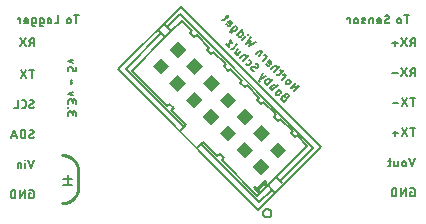
<source format=gbr>
G04 EAGLE Gerber X2 export*
%TF.Part,Single*%
%TF.FileFunction,Legend,Bot,1*%
%TF.FilePolarity,Positive*%
%TF.GenerationSoftware,Autodesk,EAGLE,9.0.1*%
%TF.CreationDate,2018-09-06T19:24:28Z*%
G75*
%MOMM*%
%FSLAX34Y34*%
%LPD*%
%AMOC8*
5,1,8,0,0,1.08239X$1,22.5*%
G01*
%ADD10C,0.127000*%
%ADD11C,0.254000*%
%ADD12C,0.203200*%
%ADD13C,0.152400*%
%ADD14R,1.000000X1.000000*%
%ADD15C,0.200000*%


D10*
X390398Y118745D02*
X389255Y118745D01*
X389255Y114935D01*
X391541Y114935D01*
X391618Y114937D01*
X391695Y114943D01*
X391772Y114953D01*
X391848Y114966D01*
X391923Y114984D01*
X391997Y115005D01*
X392070Y115030D01*
X392142Y115059D01*
X392212Y115091D01*
X392281Y115126D01*
X392347Y115166D01*
X392412Y115208D01*
X392474Y115254D01*
X392534Y115303D01*
X392591Y115354D01*
X392646Y115409D01*
X392697Y115466D01*
X392746Y115526D01*
X392792Y115588D01*
X392834Y115653D01*
X392874Y115719D01*
X392909Y115788D01*
X392941Y115858D01*
X392970Y115930D01*
X392995Y116003D01*
X393016Y116077D01*
X393034Y116152D01*
X393047Y116228D01*
X393057Y116305D01*
X393063Y116382D01*
X393065Y116459D01*
X393065Y120269D01*
X393063Y120346D01*
X393057Y120423D01*
X393047Y120500D01*
X393034Y120576D01*
X393016Y120651D01*
X392995Y120725D01*
X392970Y120798D01*
X392941Y120870D01*
X392909Y120940D01*
X392874Y121009D01*
X392834Y121075D01*
X392792Y121140D01*
X392746Y121202D01*
X392697Y121262D01*
X392646Y121319D01*
X392591Y121374D01*
X392534Y121425D01*
X392474Y121474D01*
X392412Y121520D01*
X392347Y121562D01*
X392281Y121602D01*
X392212Y121637D01*
X392142Y121669D01*
X392070Y121698D01*
X391997Y121723D01*
X391923Y121744D01*
X391848Y121762D01*
X391772Y121775D01*
X391695Y121785D01*
X391618Y121791D01*
X391541Y121793D01*
X389255Y121793D01*
X385262Y121793D02*
X385262Y114935D01*
X381452Y114935D02*
X385262Y121793D01*
X381452Y121793D02*
X381452Y114935D01*
X377459Y114935D02*
X377459Y121793D01*
X375554Y121793D01*
X375469Y121791D01*
X375383Y121785D01*
X375298Y121776D01*
X375214Y121762D01*
X375130Y121745D01*
X375047Y121724D01*
X374965Y121700D01*
X374885Y121672D01*
X374805Y121640D01*
X374727Y121604D01*
X374651Y121566D01*
X374577Y121523D01*
X374505Y121478D01*
X374434Y121429D01*
X374366Y121377D01*
X374301Y121323D01*
X374238Y121265D01*
X374177Y121204D01*
X374119Y121141D01*
X374065Y121076D01*
X374013Y121008D01*
X373964Y120937D01*
X373919Y120865D01*
X373876Y120791D01*
X373838Y120715D01*
X373802Y120637D01*
X373770Y120557D01*
X373742Y120477D01*
X373718Y120395D01*
X373697Y120312D01*
X373680Y120228D01*
X373666Y120144D01*
X373657Y120059D01*
X373651Y119973D01*
X373649Y119888D01*
X373649Y116840D01*
X373651Y116755D01*
X373657Y116669D01*
X373666Y116584D01*
X373680Y116500D01*
X373697Y116416D01*
X373718Y116333D01*
X373742Y116251D01*
X373770Y116171D01*
X373802Y116091D01*
X373838Y116013D01*
X373876Y115937D01*
X373919Y115863D01*
X373964Y115791D01*
X374013Y115720D01*
X374065Y115652D01*
X374119Y115587D01*
X374177Y115524D01*
X374238Y115463D01*
X374301Y115405D01*
X374366Y115351D01*
X374434Y115299D01*
X374505Y115250D01*
X374577Y115205D01*
X374651Y115162D01*
X374727Y115124D01*
X374805Y115088D01*
X374885Y115056D01*
X374965Y115028D01*
X375047Y115004D01*
X375130Y114983D01*
X375214Y114966D01*
X375298Y114952D01*
X375383Y114943D01*
X375469Y114937D01*
X375554Y114935D01*
X377459Y114935D01*
X70485Y241935D02*
X70485Y248793D01*
X68580Y248793D01*
X68495Y248791D01*
X68409Y248785D01*
X68324Y248776D01*
X68240Y248762D01*
X68156Y248745D01*
X68073Y248724D01*
X67991Y248700D01*
X67911Y248672D01*
X67831Y248640D01*
X67753Y248604D01*
X67677Y248566D01*
X67603Y248523D01*
X67531Y248478D01*
X67460Y248429D01*
X67392Y248377D01*
X67327Y248323D01*
X67264Y248265D01*
X67203Y248204D01*
X67145Y248141D01*
X67091Y248076D01*
X67039Y248008D01*
X66990Y247937D01*
X66945Y247865D01*
X66902Y247791D01*
X66864Y247715D01*
X66828Y247637D01*
X66796Y247557D01*
X66768Y247477D01*
X66744Y247395D01*
X66723Y247312D01*
X66706Y247228D01*
X66692Y247144D01*
X66683Y247059D01*
X66677Y246973D01*
X66675Y246888D01*
X66677Y246803D01*
X66683Y246717D01*
X66692Y246632D01*
X66706Y246548D01*
X66723Y246464D01*
X66744Y246381D01*
X66768Y246299D01*
X66796Y246219D01*
X66828Y246139D01*
X66864Y246061D01*
X66902Y245985D01*
X66945Y245911D01*
X66990Y245839D01*
X67039Y245768D01*
X67091Y245700D01*
X67145Y245635D01*
X67203Y245572D01*
X67264Y245511D01*
X67327Y245453D01*
X67392Y245399D01*
X67460Y245347D01*
X67531Y245298D01*
X67603Y245253D01*
X67677Y245210D01*
X67753Y245172D01*
X67831Y245136D01*
X67911Y245104D01*
X67991Y245076D01*
X68073Y245052D01*
X68156Y245031D01*
X68240Y245014D01*
X68324Y245000D01*
X68409Y244991D01*
X68495Y244985D01*
X68580Y244983D01*
X70485Y244983D01*
X68199Y244983D02*
X66675Y241935D01*
X63620Y241935D02*
X59048Y248793D01*
X63620Y248793D02*
X59048Y241935D01*
X68580Y222123D02*
X68580Y215265D01*
X70485Y222123D02*
X66675Y222123D01*
X59467Y222123D02*
X64039Y215265D01*
X59467Y215265D02*
X64039Y222123D01*
X66675Y191389D02*
X66677Y191312D01*
X66683Y191235D01*
X66693Y191158D01*
X66706Y191082D01*
X66724Y191007D01*
X66745Y190933D01*
X66770Y190860D01*
X66799Y190788D01*
X66831Y190718D01*
X66866Y190649D01*
X66906Y190583D01*
X66948Y190518D01*
X66994Y190456D01*
X67043Y190396D01*
X67094Y190339D01*
X67149Y190284D01*
X67206Y190233D01*
X67266Y190184D01*
X67328Y190138D01*
X67393Y190096D01*
X67459Y190056D01*
X67528Y190021D01*
X67598Y189989D01*
X67670Y189960D01*
X67743Y189935D01*
X67817Y189914D01*
X67892Y189896D01*
X67968Y189883D01*
X68045Y189873D01*
X68122Y189867D01*
X68199Y189865D01*
X68309Y189867D01*
X68420Y189873D01*
X68530Y189882D01*
X68640Y189895D01*
X68749Y189912D01*
X68857Y189933D01*
X68965Y189957D01*
X69072Y189986D01*
X69178Y190017D01*
X69282Y190053D01*
X69386Y190092D01*
X69488Y190134D01*
X69588Y190180D01*
X69687Y190230D01*
X69784Y190282D01*
X69880Y190339D01*
X69973Y190398D01*
X70064Y190460D01*
X70153Y190526D01*
X70240Y190594D01*
X70324Y190666D01*
X70406Y190740D01*
X70485Y190817D01*
X70295Y195199D02*
X70293Y195276D01*
X70287Y195353D01*
X70277Y195430D01*
X70264Y195506D01*
X70246Y195581D01*
X70225Y195655D01*
X70200Y195728D01*
X70171Y195800D01*
X70139Y195870D01*
X70104Y195939D01*
X70064Y196005D01*
X70022Y196070D01*
X69976Y196132D01*
X69927Y196192D01*
X69876Y196249D01*
X69821Y196304D01*
X69764Y196355D01*
X69704Y196404D01*
X69642Y196450D01*
X69577Y196492D01*
X69511Y196532D01*
X69442Y196567D01*
X69372Y196599D01*
X69300Y196628D01*
X69227Y196653D01*
X69153Y196674D01*
X69078Y196692D01*
X69002Y196705D01*
X68925Y196715D01*
X68848Y196721D01*
X68771Y196723D01*
X68771Y196724D02*
X68669Y196722D01*
X68567Y196717D01*
X68465Y196708D01*
X68364Y196695D01*
X68263Y196678D01*
X68163Y196659D01*
X68063Y196635D01*
X67965Y196608D01*
X67867Y196577D01*
X67771Y196543D01*
X67676Y196506D01*
X67582Y196465D01*
X67490Y196421D01*
X67400Y196373D01*
X67311Y196323D01*
X67224Y196269D01*
X67139Y196212D01*
X67056Y196152D01*
X69533Y193865D02*
X69598Y193906D01*
X69661Y193949D01*
X69721Y193996D01*
X69780Y194046D01*
X69835Y194098D01*
X69888Y194153D01*
X69939Y194211D01*
X69986Y194271D01*
X70030Y194334D01*
X70072Y194398D01*
X70110Y194464D01*
X70144Y194533D01*
X70175Y194603D01*
X70203Y194674D01*
X70227Y194746D01*
X70248Y194820D01*
X70265Y194895D01*
X70278Y194970D01*
X70287Y195046D01*
X70293Y195122D01*
X70295Y195199D01*
X67437Y192723D02*
X67372Y192682D01*
X67309Y192639D01*
X67249Y192592D01*
X67190Y192542D01*
X67135Y192490D01*
X67082Y192435D01*
X67031Y192377D01*
X66984Y192317D01*
X66940Y192254D01*
X66898Y192190D01*
X66860Y192124D01*
X66826Y192055D01*
X66795Y191985D01*
X66767Y191914D01*
X66743Y191842D01*
X66722Y191768D01*
X66705Y191693D01*
X66692Y191618D01*
X66683Y191542D01*
X66677Y191466D01*
X66675Y191389D01*
X67437Y192723D02*
X69533Y193866D01*
X61921Y189865D02*
X60397Y189865D01*
X61921Y189865D02*
X61998Y189867D01*
X62075Y189873D01*
X62152Y189883D01*
X62228Y189896D01*
X62303Y189914D01*
X62377Y189935D01*
X62450Y189960D01*
X62522Y189989D01*
X62592Y190021D01*
X62661Y190056D01*
X62727Y190096D01*
X62792Y190138D01*
X62854Y190184D01*
X62914Y190233D01*
X62971Y190284D01*
X63026Y190339D01*
X63077Y190396D01*
X63126Y190456D01*
X63172Y190518D01*
X63214Y190583D01*
X63254Y190649D01*
X63289Y190718D01*
X63321Y190788D01*
X63350Y190860D01*
X63375Y190933D01*
X63396Y191007D01*
X63414Y191082D01*
X63427Y191158D01*
X63437Y191235D01*
X63443Y191312D01*
X63445Y191389D01*
X63445Y195199D01*
X63443Y195276D01*
X63437Y195353D01*
X63427Y195430D01*
X63414Y195506D01*
X63396Y195581D01*
X63375Y195655D01*
X63350Y195728D01*
X63321Y195800D01*
X63289Y195870D01*
X63254Y195939D01*
X63214Y196005D01*
X63172Y196070D01*
X63126Y196132D01*
X63077Y196192D01*
X63026Y196249D01*
X62971Y196304D01*
X62914Y196355D01*
X62854Y196404D01*
X62792Y196450D01*
X62727Y196492D01*
X62661Y196532D01*
X62592Y196567D01*
X62522Y196599D01*
X62450Y196628D01*
X62377Y196653D01*
X62303Y196674D01*
X62228Y196692D01*
X62152Y196705D01*
X62075Y196715D01*
X61998Y196721D01*
X61921Y196723D01*
X60397Y196723D01*
X57053Y196723D02*
X57053Y189865D01*
X54005Y189865D01*
X66675Y165989D02*
X66677Y165912D01*
X66683Y165835D01*
X66693Y165758D01*
X66706Y165682D01*
X66724Y165607D01*
X66745Y165533D01*
X66770Y165460D01*
X66799Y165388D01*
X66831Y165318D01*
X66866Y165249D01*
X66906Y165183D01*
X66948Y165118D01*
X66994Y165056D01*
X67043Y164996D01*
X67094Y164939D01*
X67149Y164884D01*
X67206Y164833D01*
X67266Y164784D01*
X67328Y164738D01*
X67393Y164696D01*
X67459Y164656D01*
X67528Y164621D01*
X67598Y164589D01*
X67670Y164560D01*
X67743Y164535D01*
X67817Y164514D01*
X67892Y164496D01*
X67968Y164483D01*
X68045Y164473D01*
X68122Y164467D01*
X68199Y164465D01*
X68309Y164467D01*
X68420Y164473D01*
X68530Y164482D01*
X68640Y164495D01*
X68749Y164512D01*
X68857Y164533D01*
X68965Y164557D01*
X69072Y164586D01*
X69178Y164617D01*
X69282Y164653D01*
X69386Y164692D01*
X69488Y164734D01*
X69588Y164780D01*
X69687Y164830D01*
X69784Y164882D01*
X69880Y164939D01*
X69973Y164998D01*
X70064Y165060D01*
X70153Y165126D01*
X70240Y165194D01*
X70324Y165266D01*
X70406Y165340D01*
X70485Y165417D01*
X70295Y169799D02*
X70293Y169876D01*
X70287Y169953D01*
X70277Y170030D01*
X70264Y170106D01*
X70246Y170181D01*
X70225Y170255D01*
X70200Y170328D01*
X70171Y170400D01*
X70139Y170470D01*
X70104Y170539D01*
X70064Y170605D01*
X70022Y170670D01*
X69976Y170732D01*
X69927Y170792D01*
X69876Y170849D01*
X69821Y170904D01*
X69764Y170955D01*
X69704Y171004D01*
X69642Y171050D01*
X69577Y171092D01*
X69511Y171132D01*
X69442Y171167D01*
X69372Y171199D01*
X69300Y171228D01*
X69227Y171253D01*
X69153Y171274D01*
X69078Y171292D01*
X69002Y171305D01*
X68925Y171315D01*
X68848Y171321D01*
X68771Y171323D01*
X68771Y171324D02*
X68669Y171322D01*
X68567Y171317D01*
X68465Y171308D01*
X68364Y171295D01*
X68263Y171278D01*
X68163Y171259D01*
X68063Y171235D01*
X67965Y171208D01*
X67867Y171177D01*
X67771Y171143D01*
X67676Y171106D01*
X67582Y171065D01*
X67490Y171021D01*
X67400Y170973D01*
X67311Y170923D01*
X67224Y170869D01*
X67139Y170812D01*
X67056Y170752D01*
X69533Y168465D02*
X69598Y168506D01*
X69661Y168549D01*
X69721Y168596D01*
X69780Y168646D01*
X69835Y168698D01*
X69888Y168753D01*
X69939Y168811D01*
X69986Y168871D01*
X70030Y168934D01*
X70072Y168998D01*
X70110Y169064D01*
X70144Y169133D01*
X70175Y169203D01*
X70203Y169274D01*
X70227Y169346D01*
X70248Y169420D01*
X70265Y169495D01*
X70278Y169570D01*
X70287Y169646D01*
X70293Y169722D01*
X70295Y169799D01*
X67437Y167323D02*
X67372Y167282D01*
X67309Y167239D01*
X67249Y167192D01*
X67190Y167142D01*
X67135Y167090D01*
X67082Y167035D01*
X67031Y166977D01*
X66984Y166917D01*
X66940Y166854D01*
X66898Y166790D01*
X66860Y166724D01*
X66826Y166655D01*
X66795Y166585D01*
X66767Y166514D01*
X66743Y166442D01*
X66722Y166368D01*
X66705Y166293D01*
X66692Y166218D01*
X66683Y166142D01*
X66677Y166066D01*
X66675Y165989D01*
X67437Y167323D02*
X69533Y168466D01*
X63170Y171323D02*
X63170Y164465D01*
X63170Y171323D02*
X61265Y171323D01*
X61180Y171321D01*
X61094Y171315D01*
X61009Y171306D01*
X60925Y171292D01*
X60841Y171275D01*
X60758Y171254D01*
X60676Y171230D01*
X60596Y171202D01*
X60516Y171170D01*
X60438Y171134D01*
X60362Y171096D01*
X60288Y171053D01*
X60216Y171008D01*
X60145Y170959D01*
X60077Y170907D01*
X60012Y170853D01*
X59949Y170795D01*
X59888Y170734D01*
X59830Y170671D01*
X59776Y170606D01*
X59724Y170538D01*
X59675Y170467D01*
X59630Y170395D01*
X59587Y170321D01*
X59549Y170245D01*
X59513Y170167D01*
X59481Y170087D01*
X59453Y170007D01*
X59429Y169925D01*
X59408Y169842D01*
X59391Y169758D01*
X59377Y169674D01*
X59368Y169589D01*
X59362Y169503D01*
X59360Y169418D01*
X59360Y166370D01*
X59362Y166285D01*
X59368Y166199D01*
X59377Y166114D01*
X59391Y166030D01*
X59408Y165946D01*
X59429Y165863D01*
X59453Y165781D01*
X59481Y165701D01*
X59513Y165621D01*
X59549Y165543D01*
X59587Y165467D01*
X59630Y165393D01*
X59675Y165321D01*
X59724Y165250D01*
X59776Y165182D01*
X59830Y165117D01*
X59888Y165054D01*
X59949Y164993D01*
X60012Y164935D01*
X60077Y164881D01*
X60145Y164829D01*
X60216Y164780D01*
X60288Y164735D01*
X60362Y164692D01*
X60438Y164654D01*
X60516Y164618D01*
X60596Y164586D01*
X60676Y164558D01*
X60758Y164534D01*
X60841Y164513D01*
X60925Y164496D01*
X61009Y164482D01*
X61094Y164473D01*
X61180Y164467D01*
X61265Y164465D01*
X63170Y164465D01*
X55992Y164465D02*
X53706Y171323D01*
X51420Y164465D01*
X51991Y166180D02*
X55420Y166180D01*
X66675Y117475D02*
X67818Y117475D01*
X66675Y117475D02*
X66675Y113665D01*
X68961Y113665D01*
X69038Y113667D01*
X69115Y113673D01*
X69192Y113683D01*
X69268Y113696D01*
X69343Y113714D01*
X69417Y113735D01*
X69490Y113760D01*
X69562Y113789D01*
X69632Y113821D01*
X69701Y113856D01*
X69767Y113896D01*
X69832Y113938D01*
X69894Y113984D01*
X69954Y114033D01*
X70011Y114084D01*
X70066Y114139D01*
X70117Y114196D01*
X70166Y114256D01*
X70212Y114318D01*
X70254Y114383D01*
X70294Y114449D01*
X70329Y114518D01*
X70361Y114588D01*
X70390Y114660D01*
X70415Y114733D01*
X70436Y114807D01*
X70454Y114882D01*
X70467Y114958D01*
X70477Y115035D01*
X70483Y115112D01*
X70485Y115189D01*
X70485Y118999D01*
X70483Y119076D01*
X70477Y119153D01*
X70467Y119230D01*
X70454Y119306D01*
X70436Y119381D01*
X70415Y119455D01*
X70390Y119528D01*
X70361Y119600D01*
X70329Y119670D01*
X70294Y119739D01*
X70254Y119805D01*
X70212Y119870D01*
X70166Y119932D01*
X70117Y119992D01*
X70066Y120049D01*
X70011Y120104D01*
X69954Y120155D01*
X69894Y120204D01*
X69832Y120250D01*
X69767Y120292D01*
X69701Y120332D01*
X69632Y120367D01*
X69562Y120399D01*
X69490Y120428D01*
X69417Y120453D01*
X69343Y120474D01*
X69268Y120492D01*
X69192Y120505D01*
X69115Y120515D01*
X69038Y120521D01*
X68961Y120523D01*
X66675Y120523D01*
X62682Y120523D02*
X62682Y113665D01*
X58872Y113665D02*
X62682Y120523D01*
X58872Y120523D02*
X58872Y113665D01*
X54879Y113665D02*
X54879Y120523D01*
X52974Y120523D01*
X52889Y120521D01*
X52803Y120515D01*
X52718Y120506D01*
X52634Y120492D01*
X52550Y120475D01*
X52467Y120454D01*
X52385Y120430D01*
X52305Y120402D01*
X52225Y120370D01*
X52147Y120334D01*
X52071Y120296D01*
X51997Y120253D01*
X51925Y120208D01*
X51854Y120159D01*
X51786Y120107D01*
X51721Y120053D01*
X51658Y119995D01*
X51597Y119934D01*
X51539Y119871D01*
X51485Y119806D01*
X51433Y119738D01*
X51384Y119667D01*
X51339Y119595D01*
X51296Y119521D01*
X51258Y119445D01*
X51222Y119367D01*
X51190Y119287D01*
X51162Y119207D01*
X51138Y119125D01*
X51117Y119042D01*
X51100Y118958D01*
X51086Y118874D01*
X51077Y118789D01*
X51071Y118703D01*
X51069Y118618D01*
X51069Y115570D01*
X51071Y115485D01*
X51077Y115399D01*
X51086Y115314D01*
X51100Y115230D01*
X51117Y115146D01*
X51138Y115063D01*
X51162Y114981D01*
X51190Y114901D01*
X51222Y114821D01*
X51258Y114743D01*
X51296Y114667D01*
X51339Y114593D01*
X51384Y114521D01*
X51433Y114450D01*
X51485Y114382D01*
X51539Y114317D01*
X51597Y114254D01*
X51658Y114193D01*
X51721Y114135D01*
X51786Y114081D01*
X51854Y114029D01*
X51925Y113980D01*
X51997Y113935D01*
X52071Y113892D01*
X52147Y113854D01*
X52225Y113818D01*
X52305Y113786D01*
X52385Y113758D01*
X52467Y113734D01*
X52550Y113713D01*
X52634Y113696D01*
X52718Y113682D01*
X52803Y113673D01*
X52889Y113667D01*
X52974Y113665D01*
X54879Y113665D01*
X68199Y139065D02*
X70485Y145923D01*
X65913Y145923D02*
X68199Y139065D01*
X63078Y139065D02*
X63078Y143637D01*
X63269Y145542D02*
X63269Y145923D01*
X62888Y145923D01*
X62888Y145542D01*
X63269Y145542D01*
X59726Y143637D02*
X59726Y139065D01*
X59726Y143637D02*
X57821Y143637D01*
X57755Y143635D01*
X57688Y143629D01*
X57623Y143620D01*
X57557Y143606D01*
X57493Y143589D01*
X57430Y143568D01*
X57368Y143544D01*
X57308Y143515D01*
X57250Y143484D01*
X57193Y143449D01*
X57138Y143411D01*
X57086Y143370D01*
X57037Y143325D01*
X56990Y143278D01*
X56945Y143229D01*
X56904Y143177D01*
X56866Y143122D01*
X56831Y143066D01*
X56800Y143007D01*
X56771Y142947D01*
X56747Y142885D01*
X56726Y142822D01*
X56709Y142758D01*
X56695Y142692D01*
X56686Y142627D01*
X56680Y142560D01*
X56678Y142494D01*
X56678Y139065D01*
X393065Y241935D02*
X393065Y248793D01*
X391160Y248793D01*
X391075Y248791D01*
X390989Y248785D01*
X390904Y248776D01*
X390820Y248762D01*
X390736Y248745D01*
X390653Y248724D01*
X390571Y248700D01*
X390491Y248672D01*
X390411Y248640D01*
X390333Y248604D01*
X390257Y248566D01*
X390183Y248523D01*
X390111Y248478D01*
X390040Y248429D01*
X389972Y248377D01*
X389907Y248323D01*
X389844Y248265D01*
X389783Y248204D01*
X389725Y248141D01*
X389671Y248076D01*
X389619Y248008D01*
X389570Y247937D01*
X389525Y247865D01*
X389482Y247791D01*
X389444Y247715D01*
X389408Y247637D01*
X389376Y247557D01*
X389348Y247477D01*
X389324Y247395D01*
X389303Y247312D01*
X389286Y247228D01*
X389272Y247144D01*
X389263Y247059D01*
X389257Y246973D01*
X389255Y246888D01*
X389257Y246803D01*
X389263Y246717D01*
X389272Y246632D01*
X389286Y246548D01*
X389303Y246464D01*
X389324Y246381D01*
X389348Y246299D01*
X389376Y246219D01*
X389408Y246139D01*
X389444Y246061D01*
X389482Y245985D01*
X389525Y245911D01*
X389570Y245839D01*
X389619Y245768D01*
X389671Y245700D01*
X389725Y245635D01*
X389783Y245572D01*
X389844Y245511D01*
X389907Y245453D01*
X389972Y245399D01*
X390040Y245347D01*
X390111Y245298D01*
X390183Y245253D01*
X390257Y245210D01*
X390333Y245172D01*
X390411Y245136D01*
X390491Y245104D01*
X390571Y245076D01*
X390653Y245052D01*
X390736Y245031D01*
X390820Y245014D01*
X390904Y245000D01*
X390989Y244991D01*
X391075Y244985D01*
X391160Y244983D01*
X393065Y244983D01*
X390779Y244983D02*
X389255Y241935D01*
X386200Y241935D02*
X381628Y248793D01*
X386200Y248793D02*
X381628Y241935D01*
X378398Y244602D02*
X373826Y244602D01*
X376112Y242316D02*
X376112Y246888D01*
X393065Y223393D02*
X393065Y216535D01*
X393065Y223393D02*
X391160Y223393D01*
X391075Y223391D01*
X390989Y223385D01*
X390904Y223376D01*
X390820Y223362D01*
X390736Y223345D01*
X390653Y223324D01*
X390571Y223300D01*
X390491Y223272D01*
X390411Y223240D01*
X390333Y223204D01*
X390257Y223166D01*
X390183Y223123D01*
X390111Y223078D01*
X390040Y223029D01*
X389972Y222977D01*
X389907Y222923D01*
X389844Y222865D01*
X389783Y222804D01*
X389725Y222741D01*
X389671Y222676D01*
X389619Y222608D01*
X389570Y222537D01*
X389525Y222465D01*
X389482Y222391D01*
X389444Y222315D01*
X389408Y222237D01*
X389376Y222157D01*
X389348Y222077D01*
X389324Y221995D01*
X389303Y221912D01*
X389286Y221828D01*
X389272Y221744D01*
X389263Y221659D01*
X389257Y221573D01*
X389255Y221488D01*
X389257Y221403D01*
X389263Y221317D01*
X389272Y221232D01*
X389286Y221148D01*
X389303Y221064D01*
X389324Y220981D01*
X389348Y220899D01*
X389376Y220819D01*
X389408Y220739D01*
X389444Y220661D01*
X389482Y220585D01*
X389525Y220511D01*
X389570Y220439D01*
X389619Y220368D01*
X389671Y220300D01*
X389725Y220235D01*
X389783Y220172D01*
X389844Y220111D01*
X389907Y220053D01*
X389972Y219999D01*
X390040Y219947D01*
X390111Y219898D01*
X390183Y219853D01*
X390257Y219810D01*
X390333Y219772D01*
X390411Y219736D01*
X390491Y219704D01*
X390571Y219676D01*
X390653Y219652D01*
X390736Y219631D01*
X390820Y219614D01*
X390904Y219600D01*
X390989Y219591D01*
X391075Y219585D01*
X391160Y219583D01*
X393065Y219583D01*
X390779Y219583D02*
X389255Y216535D01*
X386200Y216535D02*
X381628Y223393D01*
X386200Y223393D02*
X381628Y216535D01*
X378398Y219202D02*
X373826Y219202D01*
X391160Y197993D02*
X391160Y191135D01*
X393065Y197993D02*
X389255Y197993D01*
X382047Y197993D02*
X386619Y191135D01*
X382047Y191135D02*
X386619Y197993D01*
X378816Y193802D02*
X374244Y193802D01*
X391160Y172593D02*
X391160Y165735D01*
X393065Y172593D02*
X389255Y172593D01*
X382047Y172593D02*
X386619Y165735D01*
X382047Y165735D02*
X386619Y172593D01*
X378816Y168402D02*
X374244Y168402D01*
X376530Y166116D02*
X376530Y170688D01*
X393065Y147193D02*
X390779Y140335D01*
X388493Y147193D01*
X385476Y143383D02*
X385476Y141859D01*
X385476Y143383D02*
X385474Y143460D01*
X385468Y143537D01*
X385458Y143614D01*
X385445Y143690D01*
X385427Y143765D01*
X385406Y143839D01*
X385381Y143912D01*
X385352Y143984D01*
X385320Y144054D01*
X385285Y144123D01*
X385245Y144189D01*
X385203Y144254D01*
X385157Y144316D01*
X385108Y144376D01*
X385057Y144433D01*
X385002Y144488D01*
X384945Y144539D01*
X384885Y144588D01*
X384823Y144634D01*
X384758Y144676D01*
X384692Y144716D01*
X384623Y144751D01*
X384553Y144783D01*
X384481Y144812D01*
X384408Y144837D01*
X384334Y144858D01*
X384259Y144876D01*
X384183Y144889D01*
X384106Y144899D01*
X384029Y144905D01*
X383952Y144907D01*
X383875Y144905D01*
X383798Y144899D01*
X383721Y144889D01*
X383645Y144876D01*
X383570Y144858D01*
X383496Y144837D01*
X383423Y144812D01*
X383351Y144783D01*
X383281Y144751D01*
X383212Y144716D01*
X383146Y144676D01*
X383081Y144634D01*
X383019Y144588D01*
X382959Y144539D01*
X382902Y144488D01*
X382847Y144433D01*
X382796Y144376D01*
X382747Y144316D01*
X382701Y144254D01*
X382659Y144189D01*
X382619Y144123D01*
X382584Y144054D01*
X382552Y143984D01*
X382523Y143912D01*
X382498Y143839D01*
X382477Y143765D01*
X382459Y143690D01*
X382446Y143614D01*
X382436Y143537D01*
X382430Y143460D01*
X382428Y143383D01*
X382428Y141859D01*
X382430Y141782D01*
X382436Y141705D01*
X382446Y141628D01*
X382459Y141552D01*
X382477Y141477D01*
X382498Y141403D01*
X382523Y141330D01*
X382552Y141258D01*
X382584Y141188D01*
X382619Y141119D01*
X382659Y141053D01*
X382701Y140988D01*
X382747Y140926D01*
X382796Y140866D01*
X382847Y140809D01*
X382902Y140754D01*
X382959Y140703D01*
X383019Y140654D01*
X383081Y140608D01*
X383146Y140566D01*
X383212Y140526D01*
X383281Y140491D01*
X383351Y140459D01*
X383423Y140430D01*
X383496Y140405D01*
X383570Y140384D01*
X383645Y140366D01*
X383721Y140353D01*
X383798Y140343D01*
X383875Y140337D01*
X383952Y140335D01*
X384029Y140337D01*
X384106Y140343D01*
X384183Y140353D01*
X384259Y140366D01*
X384334Y140384D01*
X384408Y140405D01*
X384481Y140430D01*
X384553Y140459D01*
X384623Y140491D01*
X384692Y140526D01*
X384758Y140566D01*
X384823Y140608D01*
X384885Y140654D01*
X384945Y140703D01*
X385002Y140754D01*
X385057Y140809D01*
X385108Y140866D01*
X385157Y140926D01*
X385203Y140988D01*
X385245Y141053D01*
X385285Y141119D01*
X385320Y141188D01*
X385352Y141258D01*
X385381Y141330D01*
X385406Y141403D01*
X385427Y141477D01*
X385445Y141552D01*
X385458Y141628D01*
X385468Y141705D01*
X385474Y141782D01*
X385476Y141859D01*
X378892Y141478D02*
X378892Y144907D01*
X378892Y141478D02*
X378890Y141412D01*
X378884Y141345D01*
X378875Y141280D01*
X378861Y141214D01*
X378844Y141150D01*
X378823Y141087D01*
X378799Y141025D01*
X378770Y140965D01*
X378739Y140907D01*
X378704Y140850D01*
X378666Y140795D01*
X378625Y140743D01*
X378580Y140694D01*
X378533Y140647D01*
X378484Y140602D01*
X378432Y140561D01*
X378377Y140523D01*
X378321Y140488D01*
X378262Y140457D01*
X378202Y140428D01*
X378140Y140404D01*
X378077Y140383D01*
X378013Y140366D01*
X377947Y140352D01*
X377882Y140343D01*
X377815Y140337D01*
X377749Y140335D01*
X375844Y140335D01*
X375844Y144907D01*
X372990Y144907D02*
X370704Y144907D01*
X372228Y147193D02*
X372228Y141478D01*
X372226Y141412D01*
X372220Y141345D01*
X372211Y141280D01*
X372197Y141214D01*
X372180Y141150D01*
X372159Y141087D01*
X372135Y141025D01*
X372106Y140965D01*
X372075Y140907D01*
X372040Y140850D01*
X372002Y140795D01*
X371961Y140743D01*
X371916Y140694D01*
X371869Y140647D01*
X371820Y140602D01*
X371768Y140561D01*
X371713Y140523D01*
X371657Y140488D01*
X371598Y140457D01*
X371538Y140428D01*
X371476Y140404D01*
X371413Y140383D01*
X371349Y140366D01*
X371283Y140352D01*
X371218Y140343D01*
X371151Y140337D01*
X371085Y140335D01*
X370704Y140335D01*
X295410Y208678D02*
X290561Y203829D01*
X287867Y206523D02*
X295410Y208678D01*
X292716Y211372D02*
X287867Y206523D01*
X286369Y210176D02*
X287447Y211254D01*
X287500Y211310D01*
X287550Y211369D01*
X287597Y211430D01*
X287641Y211493D01*
X287682Y211559D01*
X287720Y211626D01*
X287754Y211696D01*
X287784Y211767D01*
X287811Y211839D01*
X287834Y211913D01*
X287854Y211988D01*
X287869Y212063D01*
X287881Y212139D01*
X287889Y212216D01*
X287893Y212293D01*
X287893Y212371D01*
X287889Y212448D01*
X287881Y212525D01*
X287869Y212601D01*
X287854Y212677D01*
X287834Y212751D01*
X287811Y212825D01*
X287784Y212897D01*
X287754Y212968D01*
X287720Y213038D01*
X287682Y213105D01*
X287641Y213171D01*
X287597Y213234D01*
X287550Y213295D01*
X287500Y213354D01*
X287447Y213410D01*
X287391Y213463D01*
X287332Y213513D01*
X287271Y213560D01*
X287208Y213605D01*
X287142Y213645D01*
X287075Y213683D01*
X287005Y213717D01*
X286934Y213747D01*
X286862Y213774D01*
X286788Y213797D01*
X286713Y213817D01*
X286638Y213832D01*
X286562Y213844D01*
X286485Y213852D01*
X286408Y213856D01*
X286330Y213856D01*
X286253Y213852D01*
X286176Y213844D01*
X286100Y213832D01*
X286024Y213817D01*
X285950Y213797D01*
X285876Y213774D01*
X285804Y213747D01*
X285733Y213717D01*
X285663Y213683D01*
X285596Y213645D01*
X285530Y213604D01*
X285467Y213560D01*
X285406Y213513D01*
X285347Y213463D01*
X285291Y213410D01*
X285292Y213409D02*
X284214Y212331D01*
X284214Y212332D02*
X284161Y212276D01*
X284111Y212217D01*
X284064Y212156D01*
X284020Y212093D01*
X283979Y212027D01*
X283941Y211960D01*
X283907Y211890D01*
X283877Y211819D01*
X283850Y211747D01*
X283827Y211673D01*
X283807Y211598D01*
X283792Y211523D01*
X283780Y211447D01*
X283772Y211370D01*
X283768Y211293D01*
X283768Y211215D01*
X283772Y211138D01*
X283780Y211061D01*
X283792Y210985D01*
X283807Y210909D01*
X283827Y210835D01*
X283850Y210761D01*
X283877Y210689D01*
X283907Y210618D01*
X283941Y210548D01*
X283979Y210481D01*
X284020Y210415D01*
X284064Y210352D01*
X284111Y210291D01*
X284161Y210232D01*
X284214Y210176D01*
X284270Y210123D01*
X284329Y210073D01*
X284390Y210026D01*
X284453Y209981D01*
X284519Y209941D01*
X284586Y209903D01*
X284656Y209869D01*
X284727Y209839D01*
X284799Y209812D01*
X284873Y209789D01*
X284948Y209769D01*
X285023Y209754D01*
X285099Y209742D01*
X285176Y209734D01*
X285253Y209730D01*
X285331Y209730D01*
X285408Y209734D01*
X285485Y209742D01*
X285561Y209754D01*
X285637Y209769D01*
X285711Y209789D01*
X285785Y209812D01*
X285857Y209839D01*
X285928Y209869D01*
X285998Y209903D01*
X286065Y209941D01*
X286131Y209982D01*
X286194Y210026D01*
X286255Y210073D01*
X286314Y210123D01*
X286370Y210176D01*
X280592Y213798D02*
X283825Y217031D01*
X282208Y218648D01*
X281670Y218109D01*
X280903Y219953D02*
X279286Y221570D01*
X281980Y222108D02*
X277939Y218067D01*
X277939Y218068D02*
X277891Y218022D01*
X277840Y217979D01*
X277787Y217940D01*
X277731Y217903D01*
X277673Y217870D01*
X277614Y217840D01*
X277553Y217814D01*
X277491Y217791D01*
X277427Y217772D01*
X277362Y217757D01*
X277297Y217745D01*
X277231Y217737D01*
X277164Y217733D01*
X277098Y217733D01*
X277031Y217737D01*
X276965Y217745D01*
X276900Y217757D01*
X276835Y217772D01*
X276771Y217791D01*
X276709Y217814D01*
X276648Y217840D01*
X276589Y217870D01*
X276531Y217903D01*
X276475Y217940D01*
X276422Y217979D01*
X276371Y218022D01*
X276323Y218068D01*
X276323Y218067D02*
X276053Y218337D01*
X273740Y220651D02*
X278589Y225500D01*
X276972Y223884D02*
X275625Y225231D01*
X275625Y225230D02*
X275577Y225276D01*
X275526Y225319D01*
X275473Y225358D01*
X275417Y225395D01*
X275359Y225428D01*
X275300Y225458D01*
X275239Y225484D01*
X275177Y225507D01*
X275113Y225526D01*
X275048Y225541D01*
X274983Y225553D01*
X274917Y225561D01*
X274850Y225565D01*
X274784Y225565D01*
X274717Y225561D01*
X274651Y225553D01*
X274586Y225541D01*
X274521Y225526D01*
X274457Y225507D01*
X274395Y225484D01*
X274334Y225458D01*
X274275Y225428D01*
X274217Y225395D01*
X274161Y225358D01*
X274108Y225319D01*
X274057Y225276D01*
X274009Y225230D01*
X274009Y225231D02*
X271584Y222806D01*
X268276Y226114D02*
X266929Y227461D01*
X268276Y226114D02*
X268324Y226068D01*
X268375Y226025D01*
X268428Y225986D01*
X268484Y225949D01*
X268542Y225916D01*
X268601Y225886D01*
X268662Y225860D01*
X268724Y225837D01*
X268788Y225818D01*
X268853Y225803D01*
X268918Y225791D01*
X268984Y225783D01*
X269051Y225779D01*
X269117Y225779D01*
X269184Y225783D01*
X269250Y225791D01*
X269315Y225803D01*
X269380Y225818D01*
X269444Y225837D01*
X269506Y225860D01*
X269567Y225886D01*
X269626Y225916D01*
X269684Y225949D01*
X269740Y225986D01*
X269793Y226025D01*
X269844Y226068D01*
X269892Y226114D01*
X271239Y227461D01*
X271240Y227461D02*
X271293Y227517D01*
X271343Y227576D01*
X271390Y227637D01*
X271434Y227700D01*
X271475Y227766D01*
X271513Y227833D01*
X271547Y227903D01*
X271577Y227974D01*
X271604Y228046D01*
X271627Y228120D01*
X271647Y228195D01*
X271662Y228270D01*
X271674Y228346D01*
X271682Y228423D01*
X271686Y228500D01*
X271686Y228578D01*
X271682Y228655D01*
X271674Y228732D01*
X271662Y228808D01*
X271647Y228884D01*
X271627Y228958D01*
X271604Y229032D01*
X271577Y229104D01*
X271547Y229175D01*
X271513Y229245D01*
X271475Y229312D01*
X271434Y229378D01*
X271390Y229441D01*
X271343Y229502D01*
X271293Y229561D01*
X271240Y229617D01*
X271184Y229670D01*
X271125Y229720D01*
X271064Y229767D01*
X271001Y229812D01*
X270935Y229852D01*
X270868Y229890D01*
X270798Y229924D01*
X270727Y229954D01*
X270655Y229981D01*
X270581Y230004D01*
X270506Y230024D01*
X270431Y230039D01*
X270355Y230051D01*
X270278Y230059D01*
X270201Y230063D01*
X270123Y230063D01*
X270046Y230059D01*
X269969Y230051D01*
X269893Y230039D01*
X269817Y230024D01*
X269743Y230004D01*
X269669Y229981D01*
X269597Y229954D01*
X269526Y229924D01*
X269456Y229890D01*
X269389Y229852D01*
X269323Y229811D01*
X269260Y229767D01*
X269199Y229720D01*
X269140Y229670D01*
X269084Y229617D01*
X269084Y229616D02*
X268545Y229078D01*
X270701Y226922D01*
X264385Y230006D02*
X267617Y233239D01*
X266001Y234855D01*
X265462Y234316D01*
X264041Y236815D02*
X260808Y233582D01*
X264041Y236815D02*
X262694Y238162D01*
X262646Y238208D01*
X262595Y238251D01*
X262542Y238290D01*
X262486Y238327D01*
X262428Y238360D01*
X262369Y238390D01*
X262308Y238416D01*
X262246Y238439D01*
X262182Y238458D01*
X262117Y238473D01*
X262052Y238485D01*
X261986Y238493D01*
X261919Y238497D01*
X261853Y238497D01*
X261786Y238493D01*
X261720Y238485D01*
X261655Y238473D01*
X261590Y238458D01*
X261526Y238439D01*
X261464Y238416D01*
X261403Y238390D01*
X261344Y238360D01*
X261286Y238327D01*
X261230Y238290D01*
X261177Y238251D01*
X261126Y238208D01*
X261078Y238162D01*
X258653Y235737D01*
X252360Y242031D02*
X258287Y245802D01*
X254515Y246341D02*
X252360Y242031D01*
X250204Y244186D02*
X254515Y246341D01*
X253976Y250113D02*
X250204Y244186D01*
X246971Y247419D02*
X250204Y250652D01*
X251686Y251864D02*
X251956Y252133D01*
X251686Y252403D01*
X251417Y252133D01*
X251686Y251864D01*
X247507Y256582D02*
X242657Y251733D01*
X244004Y250386D01*
X244052Y250340D01*
X244103Y250297D01*
X244156Y250258D01*
X244212Y250221D01*
X244270Y250188D01*
X244329Y250158D01*
X244390Y250132D01*
X244452Y250109D01*
X244516Y250090D01*
X244581Y250075D01*
X244646Y250063D01*
X244712Y250055D01*
X244779Y250051D01*
X244845Y250051D01*
X244912Y250055D01*
X244978Y250063D01*
X245043Y250075D01*
X245108Y250090D01*
X245172Y250109D01*
X245234Y250132D01*
X245295Y250158D01*
X245354Y250188D01*
X245412Y250221D01*
X245468Y250258D01*
X245521Y250297D01*
X245572Y250340D01*
X245620Y250386D01*
X245621Y250386D02*
X247237Y252002D01*
X247237Y252003D02*
X247283Y252051D01*
X247326Y252102D01*
X247365Y252155D01*
X247402Y252211D01*
X247435Y252269D01*
X247465Y252328D01*
X247491Y252389D01*
X247514Y252451D01*
X247533Y252515D01*
X247548Y252580D01*
X247560Y252645D01*
X247568Y252711D01*
X247572Y252778D01*
X247572Y252844D01*
X247568Y252911D01*
X247560Y252977D01*
X247548Y253042D01*
X247533Y253107D01*
X247514Y253171D01*
X247491Y253233D01*
X247465Y253294D01*
X247435Y253353D01*
X247402Y253411D01*
X247365Y253467D01*
X247326Y253520D01*
X247283Y253571D01*
X247237Y253619D01*
X245890Y254966D01*
X239349Y255041D02*
X238002Y256388D01*
X239349Y255041D02*
X239397Y254995D01*
X239448Y254952D01*
X239501Y254913D01*
X239557Y254876D01*
X239615Y254843D01*
X239674Y254813D01*
X239735Y254787D01*
X239797Y254764D01*
X239861Y254745D01*
X239926Y254730D01*
X239991Y254718D01*
X240057Y254710D01*
X240124Y254706D01*
X240190Y254706D01*
X240257Y254710D01*
X240323Y254718D01*
X240388Y254730D01*
X240453Y254745D01*
X240517Y254764D01*
X240579Y254787D01*
X240640Y254813D01*
X240699Y254843D01*
X240757Y254876D01*
X240813Y254913D01*
X240866Y254952D01*
X240917Y254995D01*
X240965Y255041D01*
X242582Y256658D01*
X242628Y256706D01*
X242671Y256757D01*
X242710Y256810D01*
X242747Y256866D01*
X242780Y256924D01*
X242810Y256983D01*
X242836Y257044D01*
X242859Y257106D01*
X242878Y257170D01*
X242893Y257235D01*
X242905Y257300D01*
X242913Y257366D01*
X242917Y257433D01*
X242917Y257499D01*
X242913Y257566D01*
X242905Y257632D01*
X242893Y257697D01*
X242878Y257762D01*
X242859Y257826D01*
X242836Y257888D01*
X242810Y257949D01*
X242780Y258008D01*
X242747Y258066D01*
X242710Y258122D01*
X242671Y258175D01*
X242628Y258226D01*
X242582Y258274D01*
X241235Y259621D01*
X237194Y255580D01*
X237148Y255532D01*
X237105Y255481D01*
X237066Y255428D01*
X237029Y255372D01*
X236996Y255314D01*
X236966Y255255D01*
X236940Y255194D01*
X236917Y255132D01*
X236898Y255068D01*
X236883Y255003D01*
X236871Y254938D01*
X236863Y254872D01*
X236859Y254805D01*
X236859Y254739D01*
X236863Y254672D01*
X236871Y254606D01*
X236883Y254541D01*
X236898Y254476D01*
X236917Y254412D01*
X236940Y254350D01*
X236966Y254289D01*
X236996Y254230D01*
X237029Y254172D01*
X237066Y254116D01*
X237105Y254063D01*
X237148Y254012D01*
X237194Y253964D01*
X238271Y252886D01*
X234654Y259736D02*
X233307Y261083D01*
X234655Y259736D02*
X234703Y259690D01*
X234754Y259647D01*
X234807Y259608D01*
X234863Y259571D01*
X234921Y259538D01*
X234980Y259508D01*
X235041Y259482D01*
X235103Y259459D01*
X235167Y259440D01*
X235232Y259425D01*
X235297Y259413D01*
X235363Y259405D01*
X235430Y259401D01*
X235496Y259401D01*
X235563Y259405D01*
X235629Y259413D01*
X235694Y259425D01*
X235759Y259440D01*
X235823Y259459D01*
X235885Y259482D01*
X235946Y259508D01*
X236005Y259538D01*
X236063Y259571D01*
X236119Y259608D01*
X236172Y259647D01*
X236223Y259690D01*
X236271Y259736D01*
X237618Y261083D01*
X237671Y261139D01*
X237721Y261198D01*
X237768Y261259D01*
X237812Y261322D01*
X237853Y261388D01*
X237891Y261455D01*
X237925Y261525D01*
X237955Y261596D01*
X237982Y261668D01*
X238005Y261742D01*
X238025Y261817D01*
X238040Y261892D01*
X238052Y261968D01*
X238060Y262045D01*
X238064Y262122D01*
X238064Y262200D01*
X238060Y262277D01*
X238052Y262354D01*
X238040Y262430D01*
X238025Y262506D01*
X238005Y262580D01*
X237982Y262654D01*
X237955Y262726D01*
X237925Y262797D01*
X237891Y262867D01*
X237853Y262934D01*
X237812Y263000D01*
X237768Y263063D01*
X237721Y263124D01*
X237671Y263183D01*
X237618Y263239D01*
X237562Y263292D01*
X237503Y263342D01*
X237442Y263389D01*
X237379Y263434D01*
X237313Y263474D01*
X237246Y263512D01*
X237176Y263546D01*
X237105Y263576D01*
X237033Y263603D01*
X236959Y263626D01*
X236884Y263646D01*
X236809Y263661D01*
X236733Y263673D01*
X236656Y263681D01*
X236579Y263685D01*
X236501Y263685D01*
X236424Y263681D01*
X236347Y263673D01*
X236271Y263661D01*
X236195Y263646D01*
X236121Y263626D01*
X236047Y263603D01*
X235975Y263576D01*
X235904Y263546D01*
X235834Y263512D01*
X235767Y263474D01*
X235701Y263433D01*
X235638Y263389D01*
X235577Y263342D01*
X235518Y263292D01*
X235462Y263239D01*
X235463Y263238D02*
X234924Y262699D01*
X237079Y260544D01*
X234695Y266161D02*
X233078Y267778D01*
X235772Y268317D02*
X231731Y264276D01*
X231683Y264230D01*
X231632Y264187D01*
X231579Y264148D01*
X231523Y264111D01*
X231465Y264078D01*
X231406Y264048D01*
X231345Y264022D01*
X231283Y263999D01*
X231219Y263980D01*
X231154Y263965D01*
X231089Y263953D01*
X231023Y263945D01*
X230956Y263941D01*
X230890Y263941D01*
X230823Y263945D01*
X230757Y263953D01*
X230692Y263965D01*
X230627Y263980D01*
X230563Y263999D01*
X230501Y264022D01*
X230440Y264048D01*
X230381Y264078D01*
X230323Y264111D01*
X230267Y264148D01*
X230214Y264187D01*
X230163Y264230D01*
X230115Y264276D01*
X229845Y264545D01*
X283287Y199249D02*
X284634Y197902D01*
X283287Y199249D02*
X283224Y199309D01*
X283159Y199366D01*
X283091Y199420D01*
X283021Y199471D01*
X282948Y199518D01*
X282874Y199563D01*
X282797Y199603D01*
X282719Y199641D01*
X282639Y199674D01*
X282557Y199704D01*
X282475Y199730D01*
X282391Y199753D01*
X282306Y199771D01*
X282221Y199786D01*
X282135Y199797D01*
X282048Y199804D01*
X281962Y199807D01*
X281875Y199806D01*
X281788Y199801D01*
X281702Y199792D01*
X281616Y199779D01*
X281531Y199763D01*
X281447Y199742D01*
X281364Y199718D01*
X281282Y199690D01*
X281201Y199658D01*
X281122Y199622D01*
X281044Y199583D01*
X280969Y199541D01*
X280895Y199495D01*
X280824Y199446D01*
X280755Y199393D01*
X280688Y199338D01*
X280624Y199279D01*
X280563Y199218D01*
X280504Y199154D01*
X280449Y199087D01*
X280396Y199018D01*
X280347Y198947D01*
X280301Y198873D01*
X280259Y198798D01*
X280220Y198720D01*
X280184Y198641D01*
X280152Y198560D01*
X280124Y198478D01*
X280100Y198395D01*
X280079Y198311D01*
X280063Y198226D01*
X280050Y198140D01*
X280041Y198054D01*
X280036Y197967D01*
X280035Y197880D01*
X280038Y197794D01*
X280045Y197707D01*
X280056Y197621D01*
X280071Y197536D01*
X280089Y197451D01*
X280112Y197367D01*
X280138Y197285D01*
X280168Y197203D01*
X280201Y197123D01*
X280239Y197045D01*
X280279Y196968D01*
X280324Y196894D01*
X280371Y196821D01*
X280422Y196751D01*
X280476Y196683D01*
X280533Y196618D01*
X280593Y196555D01*
X281940Y195208D01*
X286789Y200057D01*
X285442Y201404D01*
X285443Y201405D02*
X285387Y201458D01*
X285328Y201508D01*
X285267Y201555D01*
X285204Y201599D01*
X285138Y201640D01*
X285071Y201678D01*
X285001Y201712D01*
X284930Y201742D01*
X284858Y201769D01*
X284784Y201792D01*
X284710Y201812D01*
X284634Y201827D01*
X284558Y201839D01*
X284481Y201847D01*
X284404Y201851D01*
X284326Y201851D01*
X284249Y201847D01*
X284172Y201839D01*
X284096Y201827D01*
X284021Y201812D01*
X283946Y201792D01*
X283872Y201769D01*
X283800Y201742D01*
X283729Y201712D01*
X283659Y201678D01*
X283592Y201640D01*
X283526Y201599D01*
X283463Y201555D01*
X283402Y201508D01*
X283343Y201458D01*
X283287Y201405D01*
X283234Y201349D01*
X283184Y201290D01*
X283137Y201229D01*
X283092Y201166D01*
X283052Y201100D01*
X283014Y201033D01*
X282980Y200963D01*
X282950Y200892D01*
X282923Y200820D01*
X282900Y200746D01*
X282880Y200671D01*
X282865Y200596D01*
X282853Y200520D01*
X282845Y200443D01*
X282841Y200366D01*
X282841Y200288D01*
X282845Y200211D01*
X282853Y200134D01*
X282865Y200058D01*
X282880Y199982D01*
X282900Y199908D01*
X282923Y199834D01*
X282950Y199762D01*
X282980Y199691D01*
X283014Y199621D01*
X283052Y199554D01*
X283093Y199488D01*
X283137Y199425D01*
X283184Y199364D01*
X283234Y199305D01*
X283287Y199249D01*
X279284Y202175D02*
X278206Y201097D01*
X279284Y202174D02*
X279337Y202230D01*
X279387Y202289D01*
X279434Y202350D01*
X279478Y202413D01*
X279519Y202479D01*
X279557Y202546D01*
X279591Y202616D01*
X279621Y202687D01*
X279648Y202759D01*
X279671Y202833D01*
X279691Y202908D01*
X279706Y202983D01*
X279718Y203059D01*
X279726Y203136D01*
X279730Y203213D01*
X279730Y203291D01*
X279726Y203368D01*
X279718Y203445D01*
X279706Y203521D01*
X279691Y203597D01*
X279671Y203671D01*
X279648Y203745D01*
X279621Y203817D01*
X279591Y203888D01*
X279557Y203958D01*
X279519Y204025D01*
X279478Y204091D01*
X279434Y204154D01*
X279387Y204215D01*
X279337Y204274D01*
X279284Y204330D01*
X279228Y204383D01*
X279169Y204433D01*
X279108Y204480D01*
X279045Y204525D01*
X278979Y204565D01*
X278912Y204603D01*
X278842Y204637D01*
X278771Y204667D01*
X278699Y204694D01*
X278625Y204717D01*
X278550Y204737D01*
X278475Y204752D01*
X278399Y204764D01*
X278322Y204772D01*
X278245Y204776D01*
X278167Y204776D01*
X278090Y204772D01*
X278013Y204764D01*
X277937Y204752D01*
X277861Y204737D01*
X277787Y204717D01*
X277713Y204694D01*
X277641Y204667D01*
X277570Y204637D01*
X277500Y204603D01*
X277433Y204565D01*
X277367Y204524D01*
X277304Y204480D01*
X277243Y204433D01*
X277184Y204383D01*
X277128Y204330D01*
X277129Y204330D02*
X276051Y203252D01*
X276051Y203253D02*
X275998Y203197D01*
X275948Y203138D01*
X275901Y203077D01*
X275857Y203014D01*
X275816Y202948D01*
X275778Y202881D01*
X275744Y202811D01*
X275714Y202740D01*
X275687Y202668D01*
X275664Y202594D01*
X275644Y202519D01*
X275629Y202444D01*
X275617Y202368D01*
X275609Y202291D01*
X275605Y202214D01*
X275605Y202136D01*
X275609Y202059D01*
X275617Y201982D01*
X275629Y201906D01*
X275644Y201830D01*
X275664Y201756D01*
X275687Y201682D01*
X275714Y201610D01*
X275744Y201539D01*
X275778Y201469D01*
X275816Y201402D01*
X275857Y201336D01*
X275901Y201273D01*
X275948Y201212D01*
X275998Y201153D01*
X276051Y201097D01*
X276107Y201044D01*
X276166Y200994D01*
X276227Y200947D01*
X276290Y200902D01*
X276356Y200862D01*
X276423Y200824D01*
X276493Y200790D01*
X276564Y200760D01*
X276636Y200733D01*
X276710Y200710D01*
X276785Y200690D01*
X276860Y200675D01*
X276936Y200663D01*
X277013Y200655D01*
X277090Y200651D01*
X277168Y200651D01*
X277245Y200655D01*
X277322Y200663D01*
X277398Y200675D01*
X277474Y200690D01*
X277548Y200710D01*
X277622Y200733D01*
X277694Y200760D01*
X277765Y200790D01*
X277835Y200824D01*
X277902Y200862D01*
X277968Y200903D01*
X278031Y200947D01*
X278092Y200994D01*
X278151Y201044D01*
X278207Y201097D01*
X272434Y204714D02*
X277283Y209564D01*
X272434Y204714D02*
X271087Y206061D01*
X271041Y206109D01*
X270998Y206160D01*
X270959Y206213D01*
X270922Y206269D01*
X270889Y206327D01*
X270859Y206386D01*
X270833Y206447D01*
X270810Y206509D01*
X270791Y206573D01*
X270776Y206638D01*
X270764Y206703D01*
X270756Y206769D01*
X270752Y206836D01*
X270752Y206902D01*
X270756Y206969D01*
X270764Y207035D01*
X270776Y207100D01*
X270791Y207165D01*
X270810Y207229D01*
X270833Y207291D01*
X270859Y207352D01*
X270889Y207411D01*
X270922Y207469D01*
X270959Y207525D01*
X270998Y207578D01*
X271041Y207629D01*
X271087Y207677D01*
X271087Y207678D02*
X272703Y209294D01*
X272704Y209294D02*
X272752Y209340D01*
X272803Y209383D01*
X272856Y209422D01*
X272912Y209459D01*
X272970Y209492D01*
X273029Y209522D01*
X273090Y209548D01*
X273152Y209571D01*
X273216Y209590D01*
X273281Y209605D01*
X273346Y209617D01*
X273412Y209625D01*
X273479Y209629D01*
X273545Y209629D01*
X273612Y209625D01*
X273678Y209617D01*
X273743Y209605D01*
X273808Y209590D01*
X273872Y209571D01*
X273934Y209548D01*
X273995Y209522D01*
X274054Y209492D01*
X274112Y209459D01*
X274168Y209422D01*
X274221Y209383D01*
X274272Y209340D01*
X274320Y209294D01*
X275667Y207947D01*
X272628Y214219D02*
X267779Y209370D01*
X266432Y210717D01*
X266386Y210765D01*
X266343Y210816D01*
X266304Y210869D01*
X266267Y210925D01*
X266234Y210983D01*
X266204Y211042D01*
X266178Y211103D01*
X266155Y211165D01*
X266136Y211229D01*
X266121Y211294D01*
X266109Y211359D01*
X266101Y211425D01*
X266097Y211492D01*
X266097Y211558D01*
X266101Y211625D01*
X266109Y211691D01*
X266121Y211756D01*
X266136Y211821D01*
X266155Y211885D01*
X266178Y211947D01*
X266204Y212008D01*
X266234Y212067D01*
X266267Y212125D01*
X266304Y212181D01*
X266343Y212234D01*
X266386Y212285D01*
X266432Y212333D01*
X268048Y213949D01*
X268096Y213995D01*
X268147Y214038D01*
X268200Y214077D01*
X268256Y214114D01*
X268314Y214147D01*
X268373Y214177D01*
X268434Y214203D01*
X268496Y214226D01*
X268560Y214245D01*
X268625Y214260D01*
X268690Y214272D01*
X268756Y214280D01*
X268823Y214284D01*
X268889Y214284D01*
X268956Y214280D01*
X269022Y214272D01*
X269087Y214260D01*
X269152Y214245D01*
X269216Y214226D01*
X269278Y214203D01*
X269339Y214177D01*
X269398Y214147D01*
X269456Y214114D01*
X269512Y214077D01*
X269565Y214038D01*
X269616Y213995D01*
X269664Y213949D01*
X271011Y212602D01*
X261891Y212024D02*
X261352Y212563D01*
X264585Y219029D01*
X266740Y216874D02*
X262430Y214718D01*
X254918Y222229D02*
X254865Y222285D01*
X254815Y222344D01*
X254768Y222405D01*
X254724Y222468D01*
X254683Y222534D01*
X254645Y222601D01*
X254611Y222671D01*
X254581Y222742D01*
X254554Y222814D01*
X254531Y222888D01*
X254511Y222963D01*
X254496Y223038D01*
X254484Y223114D01*
X254476Y223191D01*
X254472Y223268D01*
X254472Y223346D01*
X254476Y223423D01*
X254484Y223500D01*
X254496Y223576D01*
X254511Y223651D01*
X254531Y223726D01*
X254554Y223800D01*
X254581Y223872D01*
X254611Y223943D01*
X254645Y224013D01*
X254683Y224080D01*
X254724Y224146D01*
X254768Y224209D01*
X254815Y224270D01*
X254865Y224329D01*
X254918Y224385D01*
X254919Y222230D02*
X254998Y222153D01*
X255080Y222079D01*
X255165Y222008D01*
X255252Y221940D01*
X255341Y221874D01*
X255432Y221812D01*
X255526Y221753D01*
X255621Y221698D01*
X255719Y221645D01*
X255818Y221596D01*
X255918Y221551D01*
X256021Y221509D01*
X256124Y221470D01*
X256229Y221435D01*
X256335Y221404D01*
X256442Y221376D01*
X256550Y221352D01*
X256658Y221332D01*
X256768Y221315D01*
X256877Y221303D01*
X256988Y221294D01*
X257098Y221288D01*
X257208Y221287D01*
X260173Y224519D02*
X260226Y224575D01*
X260276Y224634D01*
X260323Y224695D01*
X260367Y224758D01*
X260408Y224824D01*
X260446Y224891D01*
X260480Y224961D01*
X260510Y225032D01*
X260537Y225104D01*
X260560Y225178D01*
X260580Y225253D01*
X260595Y225328D01*
X260607Y225404D01*
X260615Y225481D01*
X260619Y225558D01*
X260619Y225636D01*
X260615Y225713D01*
X260607Y225790D01*
X260595Y225866D01*
X260580Y225941D01*
X260560Y226016D01*
X260537Y226090D01*
X260510Y226162D01*
X260480Y226233D01*
X260446Y226303D01*
X260408Y226370D01*
X260367Y226436D01*
X260323Y226499D01*
X260276Y226560D01*
X260226Y226619D01*
X260173Y226675D01*
X260099Y226746D01*
X260023Y226814D01*
X259945Y226880D01*
X259864Y226942D01*
X259781Y227002D01*
X259696Y227059D01*
X259609Y227112D01*
X259521Y227163D01*
X259430Y227210D01*
X259338Y227254D01*
X259244Y227295D01*
X259149Y227332D01*
X259053Y227366D01*
X258955Y227397D01*
X258857Y227424D01*
X258757Y227447D01*
X258657Y227467D01*
X258556Y227483D01*
X258691Y224115D02*
X258765Y224098D01*
X258841Y224084D01*
X258916Y224074D01*
X258993Y224068D01*
X259069Y224066D01*
X259146Y224067D01*
X259222Y224073D01*
X259298Y224082D01*
X259374Y224094D01*
X259448Y224111D01*
X259522Y224131D01*
X259595Y224155D01*
X259666Y224182D01*
X259736Y224213D01*
X259805Y224247D01*
X259871Y224285D01*
X259936Y224326D01*
X259999Y224370D01*
X260059Y224417D01*
X260117Y224467D01*
X260173Y224519D01*
X256400Y224789D02*
X256326Y224806D01*
X256250Y224820D01*
X256175Y224830D01*
X256098Y224836D01*
X256022Y224838D01*
X255945Y224837D01*
X255869Y224831D01*
X255793Y224822D01*
X255717Y224810D01*
X255643Y224793D01*
X255569Y224773D01*
X255496Y224749D01*
X255425Y224722D01*
X255355Y224691D01*
X255286Y224657D01*
X255220Y224619D01*
X255155Y224578D01*
X255092Y224534D01*
X255032Y224487D01*
X254974Y224437D01*
X254918Y224385D01*
X256401Y224789D02*
X258691Y224115D01*
X250793Y226355D02*
X249716Y227432D01*
X250794Y226355D02*
X250842Y226309D01*
X250893Y226266D01*
X250946Y226227D01*
X251002Y226190D01*
X251060Y226157D01*
X251119Y226127D01*
X251180Y226101D01*
X251242Y226078D01*
X251306Y226059D01*
X251371Y226044D01*
X251436Y226032D01*
X251502Y226024D01*
X251569Y226020D01*
X251635Y226020D01*
X251702Y226024D01*
X251768Y226032D01*
X251833Y226044D01*
X251898Y226059D01*
X251962Y226078D01*
X252024Y226101D01*
X252085Y226127D01*
X252144Y226157D01*
X252202Y226190D01*
X252258Y226227D01*
X252311Y226266D01*
X252362Y226309D01*
X252410Y226355D01*
X254026Y227971D01*
X254072Y228019D01*
X254115Y228070D01*
X254154Y228123D01*
X254191Y228179D01*
X254224Y228237D01*
X254254Y228296D01*
X254280Y228357D01*
X254303Y228419D01*
X254322Y228483D01*
X254337Y228548D01*
X254349Y228613D01*
X254357Y228679D01*
X254361Y228746D01*
X254361Y228812D01*
X254357Y228879D01*
X254349Y228945D01*
X254337Y229010D01*
X254322Y229075D01*
X254303Y229139D01*
X254280Y229201D01*
X254254Y229262D01*
X254224Y229321D01*
X254191Y229379D01*
X254154Y229435D01*
X254115Y229488D01*
X254072Y229539D01*
X254026Y229587D01*
X254026Y229588D02*
X252949Y230665D01*
X252322Y234525D02*
X247472Y229676D01*
X250705Y232908D02*
X249358Y234256D01*
X249358Y234255D02*
X249310Y234301D01*
X249259Y234344D01*
X249206Y234383D01*
X249150Y234420D01*
X249092Y234453D01*
X249033Y234483D01*
X248972Y234509D01*
X248910Y234532D01*
X248846Y234551D01*
X248781Y234566D01*
X248716Y234578D01*
X248650Y234586D01*
X248583Y234590D01*
X248517Y234590D01*
X248450Y234586D01*
X248384Y234578D01*
X248319Y234566D01*
X248254Y234551D01*
X248190Y234532D01*
X248128Y234509D01*
X248067Y234483D01*
X248008Y234453D01*
X247950Y234420D01*
X247894Y234383D01*
X247841Y234344D01*
X247790Y234301D01*
X247742Y234255D01*
X247742Y234256D02*
X245317Y231831D01*
X243453Y235312D02*
X245878Y237736D01*
X243453Y235312D02*
X243405Y235266D01*
X243354Y235223D01*
X243301Y235184D01*
X243245Y235147D01*
X243187Y235114D01*
X243128Y235084D01*
X243067Y235058D01*
X243005Y235035D01*
X242941Y235016D01*
X242876Y235001D01*
X242811Y234989D01*
X242745Y234981D01*
X242678Y234977D01*
X242612Y234977D01*
X242545Y234981D01*
X242479Y234989D01*
X242414Y235001D01*
X242349Y235016D01*
X242285Y235035D01*
X242223Y235058D01*
X242162Y235084D01*
X242103Y235114D01*
X242045Y235147D01*
X241989Y235184D01*
X241936Y235223D01*
X241885Y235266D01*
X241837Y235312D01*
X241836Y235312D02*
X240489Y236659D01*
X243722Y239891D01*
X242821Y244026D02*
X238780Y239985D01*
X238732Y239939D01*
X238681Y239896D01*
X238628Y239857D01*
X238572Y239820D01*
X238514Y239787D01*
X238455Y239757D01*
X238394Y239731D01*
X238332Y239708D01*
X238268Y239689D01*
X238203Y239674D01*
X238138Y239662D01*
X238072Y239654D01*
X238005Y239650D01*
X237939Y239650D01*
X237872Y239654D01*
X237806Y239662D01*
X237741Y239674D01*
X237676Y239689D01*
X237612Y239708D01*
X237550Y239731D01*
X237489Y239757D01*
X237430Y239787D01*
X237372Y239820D01*
X237316Y239857D01*
X237263Y239896D01*
X237212Y239939D01*
X237164Y239985D01*
X238636Y244978D02*
X236481Y247133D01*
X235403Y241745D01*
X233248Y243900D01*
D11*
X107950Y135890D02*
X107961Y136217D01*
X107965Y136544D01*
X107961Y136871D01*
X107948Y137198D01*
X107928Y137524D01*
X107899Y137850D01*
X107863Y138175D01*
X107818Y138499D01*
X107766Y138822D01*
X107706Y139143D01*
X107638Y139463D01*
X107562Y139781D01*
X107478Y140098D01*
X107387Y140412D01*
X107288Y140723D01*
X107181Y141032D01*
X107067Y141339D01*
X106945Y141643D01*
X106816Y141943D01*
X106680Y142240D01*
X106536Y142534D01*
X106385Y142824D01*
X106227Y143111D01*
X106063Y143393D01*
X105891Y143672D01*
X105712Y143946D01*
X105527Y144215D01*
X105336Y144480D01*
X105138Y144741D01*
X104933Y144996D01*
X104723Y145246D01*
X104506Y145491D01*
X104283Y145731D01*
X104055Y145965D01*
X103821Y146193D01*
X103581Y146416D01*
X103336Y146633D01*
X103086Y146843D01*
X102831Y147048D01*
X102570Y147246D01*
X102305Y147437D01*
X102036Y147622D01*
X101762Y147801D01*
X101483Y147973D01*
X101201Y148137D01*
X100914Y148295D01*
X100624Y148446D01*
X100330Y148590D01*
X100033Y148726D01*
X99733Y148855D01*
X99429Y148977D01*
X99122Y149091D01*
X98813Y149198D01*
X98502Y149297D01*
X98188Y149388D01*
X97871Y149472D01*
X97553Y149548D01*
X97233Y149616D01*
X96912Y149676D01*
X96589Y149728D01*
X96265Y149773D01*
X95940Y149809D01*
X95614Y149838D01*
X95288Y149858D01*
X94961Y149871D01*
X94634Y149875D01*
X94307Y149871D01*
X93980Y149860D01*
X107950Y123190D02*
X107961Y122863D01*
X107965Y122536D01*
X107961Y122209D01*
X107948Y121882D01*
X107928Y121556D01*
X107899Y121230D01*
X107863Y120905D01*
X107818Y120581D01*
X107766Y120258D01*
X107706Y119937D01*
X107638Y119617D01*
X107562Y119299D01*
X107478Y118982D01*
X107387Y118668D01*
X107288Y118357D01*
X107181Y118048D01*
X107067Y117741D01*
X106945Y117437D01*
X106816Y117137D01*
X106680Y116840D01*
X106536Y116546D01*
X106385Y116256D01*
X106227Y115969D01*
X106063Y115687D01*
X105891Y115408D01*
X105712Y115134D01*
X105527Y114865D01*
X105336Y114600D01*
X105138Y114339D01*
X104933Y114084D01*
X104723Y113834D01*
X104506Y113589D01*
X104283Y113349D01*
X104055Y113115D01*
X103821Y112887D01*
X103581Y112664D01*
X103336Y112447D01*
X103086Y112237D01*
X102831Y112032D01*
X102570Y111834D01*
X102305Y111643D01*
X102036Y111458D01*
X101762Y111279D01*
X101483Y111107D01*
X101201Y110943D01*
X100914Y110785D01*
X100624Y110634D01*
X100330Y110490D01*
X100033Y110354D01*
X99733Y110225D01*
X99429Y110103D01*
X99122Y109989D01*
X98813Y109882D01*
X98502Y109783D01*
X98188Y109692D01*
X97871Y109608D01*
X97553Y109532D01*
X97233Y109464D01*
X96912Y109404D01*
X96589Y109352D01*
X96265Y109307D01*
X95940Y109271D01*
X95614Y109242D01*
X95288Y109222D01*
X94961Y109209D01*
X94634Y109205D01*
X94307Y109209D01*
X93980Y109220D01*
D12*
X95504Y129836D02*
X102616Y129836D01*
X99060Y126280D02*
X99060Y133392D01*
X102616Y124206D02*
X95504Y124206D01*
D11*
X107950Y123190D02*
X107950Y135890D01*
D10*
X386160Y261366D02*
X386160Y268224D01*
X388065Y268224D02*
X384255Y268224D01*
X381344Y264414D02*
X381344Y262890D01*
X381344Y264414D02*
X381342Y264491D01*
X381336Y264568D01*
X381326Y264645D01*
X381313Y264721D01*
X381295Y264796D01*
X381274Y264870D01*
X381249Y264943D01*
X381220Y265015D01*
X381188Y265085D01*
X381153Y265154D01*
X381113Y265220D01*
X381071Y265285D01*
X381025Y265347D01*
X380976Y265407D01*
X380925Y265464D01*
X380870Y265519D01*
X380813Y265570D01*
X380753Y265619D01*
X380691Y265665D01*
X380626Y265707D01*
X380560Y265747D01*
X380491Y265782D01*
X380421Y265814D01*
X380349Y265843D01*
X380276Y265868D01*
X380202Y265889D01*
X380127Y265907D01*
X380051Y265920D01*
X379974Y265930D01*
X379897Y265936D01*
X379820Y265938D01*
X379743Y265936D01*
X379666Y265930D01*
X379589Y265920D01*
X379513Y265907D01*
X379438Y265889D01*
X379364Y265868D01*
X379291Y265843D01*
X379219Y265814D01*
X379149Y265782D01*
X379080Y265747D01*
X379014Y265707D01*
X378949Y265665D01*
X378887Y265619D01*
X378827Y265570D01*
X378770Y265519D01*
X378715Y265464D01*
X378664Y265407D01*
X378615Y265347D01*
X378569Y265285D01*
X378527Y265220D01*
X378487Y265154D01*
X378452Y265085D01*
X378420Y265015D01*
X378391Y264943D01*
X378366Y264870D01*
X378345Y264796D01*
X378327Y264721D01*
X378314Y264645D01*
X378304Y264568D01*
X378298Y264491D01*
X378296Y264414D01*
X378296Y262890D01*
X378298Y262813D01*
X378304Y262736D01*
X378314Y262659D01*
X378327Y262583D01*
X378345Y262508D01*
X378366Y262434D01*
X378391Y262361D01*
X378420Y262289D01*
X378452Y262219D01*
X378487Y262150D01*
X378527Y262084D01*
X378569Y262019D01*
X378615Y261957D01*
X378664Y261897D01*
X378715Y261840D01*
X378770Y261785D01*
X378827Y261734D01*
X378887Y261685D01*
X378949Y261639D01*
X379014Y261597D01*
X379080Y261557D01*
X379149Y261522D01*
X379219Y261490D01*
X379291Y261461D01*
X379364Y261436D01*
X379438Y261415D01*
X379513Y261397D01*
X379589Y261384D01*
X379666Y261374D01*
X379743Y261368D01*
X379820Y261366D01*
X379897Y261368D01*
X379974Y261374D01*
X380051Y261384D01*
X380127Y261397D01*
X380202Y261415D01*
X380276Y261436D01*
X380349Y261461D01*
X380421Y261490D01*
X380491Y261522D01*
X380560Y261557D01*
X380626Y261597D01*
X380691Y261639D01*
X380753Y261685D01*
X380813Y261734D01*
X380870Y261785D01*
X380925Y261840D01*
X380976Y261897D01*
X381025Y261957D01*
X381071Y262019D01*
X381113Y262084D01*
X381153Y262150D01*
X381188Y262219D01*
X381220Y262289D01*
X381249Y262361D01*
X381274Y262434D01*
X381295Y262508D01*
X381313Y262583D01*
X381326Y262659D01*
X381336Y262736D01*
X381342Y262813D01*
X381344Y262890D01*
X368954Y261366D02*
X368877Y261368D01*
X368800Y261374D01*
X368723Y261384D01*
X368647Y261397D01*
X368572Y261415D01*
X368498Y261436D01*
X368425Y261461D01*
X368353Y261490D01*
X368283Y261522D01*
X368214Y261557D01*
X368148Y261597D01*
X368083Y261639D01*
X368021Y261685D01*
X367961Y261734D01*
X367904Y261785D01*
X367849Y261840D01*
X367798Y261897D01*
X367749Y261957D01*
X367703Y262019D01*
X367661Y262084D01*
X367621Y262150D01*
X367586Y262219D01*
X367554Y262289D01*
X367525Y262361D01*
X367500Y262434D01*
X367479Y262508D01*
X367461Y262583D01*
X367448Y262659D01*
X367438Y262736D01*
X367432Y262813D01*
X367430Y262890D01*
X368954Y261366D02*
X369064Y261368D01*
X369175Y261374D01*
X369285Y261383D01*
X369395Y261396D01*
X369504Y261413D01*
X369612Y261434D01*
X369720Y261458D01*
X369827Y261487D01*
X369933Y261518D01*
X370037Y261554D01*
X370141Y261593D01*
X370243Y261635D01*
X370343Y261681D01*
X370442Y261731D01*
X370539Y261783D01*
X370635Y261840D01*
X370728Y261899D01*
X370819Y261961D01*
X370908Y262027D01*
X370995Y262095D01*
X371079Y262167D01*
X371161Y262241D01*
X371240Y262318D01*
X371049Y266700D02*
X371047Y266777D01*
X371041Y266854D01*
X371031Y266931D01*
X371018Y267007D01*
X371000Y267082D01*
X370979Y267156D01*
X370954Y267229D01*
X370925Y267301D01*
X370893Y267371D01*
X370858Y267440D01*
X370818Y267506D01*
X370776Y267571D01*
X370730Y267633D01*
X370681Y267693D01*
X370630Y267750D01*
X370575Y267805D01*
X370518Y267856D01*
X370458Y267905D01*
X370396Y267951D01*
X370331Y267993D01*
X370265Y268033D01*
X370196Y268068D01*
X370126Y268100D01*
X370054Y268129D01*
X369981Y268154D01*
X369907Y268175D01*
X369832Y268193D01*
X369756Y268206D01*
X369679Y268216D01*
X369602Y268222D01*
X369525Y268224D01*
X369525Y268225D02*
X369423Y268223D01*
X369321Y268218D01*
X369219Y268209D01*
X369118Y268196D01*
X369017Y268179D01*
X368917Y268160D01*
X368817Y268136D01*
X368719Y268109D01*
X368621Y268078D01*
X368525Y268044D01*
X368430Y268007D01*
X368336Y267966D01*
X368244Y267922D01*
X368154Y267874D01*
X368065Y267824D01*
X367978Y267770D01*
X367893Y267713D01*
X367810Y267653D01*
X370287Y265366D02*
X370352Y265407D01*
X370415Y265450D01*
X370475Y265497D01*
X370534Y265547D01*
X370589Y265599D01*
X370642Y265654D01*
X370693Y265712D01*
X370740Y265772D01*
X370784Y265835D01*
X370826Y265899D01*
X370864Y265965D01*
X370898Y266034D01*
X370929Y266104D01*
X370957Y266175D01*
X370981Y266247D01*
X371002Y266321D01*
X371019Y266396D01*
X371032Y266471D01*
X371041Y266547D01*
X371047Y266623D01*
X371049Y266700D01*
X368191Y264224D02*
X368126Y264183D01*
X368063Y264140D01*
X368003Y264093D01*
X367944Y264043D01*
X367889Y263991D01*
X367836Y263936D01*
X367785Y263878D01*
X367738Y263818D01*
X367694Y263755D01*
X367652Y263691D01*
X367614Y263625D01*
X367580Y263556D01*
X367549Y263486D01*
X367521Y263415D01*
X367497Y263343D01*
X367476Y263269D01*
X367459Y263194D01*
X367446Y263119D01*
X367437Y263043D01*
X367431Y262967D01*
X367429Y262890D01*
X368192Y264224D02*
X370287Y265367D01*
X363132Y261366D02*
X361227Y261366D01*
X363132Y261366D02*
X363198Y261368D01*
X363265Y261374D01*
X363330Y261383D01*
X363396Y261397D01*
X363460Y261414D01*
X363523Y261435D01*
X363585Y261459D01*
X363645Y261488D01*
X363704Y261519D01*
X363760Y261554D01*
X363815Y261592D01*
X363867Y261633D01*
X363916Y261678D01*
X363963Y261725D01*
X364008Y261774D01*
X364049Y261826D01*
X364087Y261881D01*
X364122Y261938D01*
X364153Y261996D01*
X364182Y262056D01*
X364206Y262118D01*
X364227Y262181D01*
X364244Y262245D01*
X364258Y262311D01*
X364267Y262376D01*
X364273Y262443D01*
X364275Y262509D01*
X364275Y264414D01*
X364273Y264491D01*
X364267Y264568D01*
X364257Y264645D01*
X364244Y264721D01*
X364226Y264796D01*
X364205Y264870D01*
X364180Y264943D01*
X364151Y265015D01*
X364119Y265085D01*
X364084Y265154D01*
X364044Y265220D01*
X364002Y265285D01*
X363956Y265347D01*
X363907Y265407D01*
X363856Y265464D01*
X363801Y265519D01*
X363744Y265570D01*
X363684Y265619D01*
X363622Y265665D01*
X363557Y265707D01*
X363491Y265747D01*
X363422Y265782D01*
X363352Y265814D01*
X363280Y265843D01*
X363207Y265868D01*
X363133Y265889D01*
X363058Y265907D01*
X362982Y265920D01*
X362905Y265930D01*
X362828Y265936D01*
X362751Y265938D01*
X362674Y265936D01*
X362597Y265930D01*
X362520Y265920D01*
X362444Y265907D01*
X362369Y265889D01*
X362295Y265868D01*
X362222Y265843D01*
X362150Y265814D01*
X362080Y265782D01*
X362011Y265747D01*
X361945Y265707D01*
X361880Y265665D01*
X361818Y265619D01*
X361758Y265570D01*
X361701Y265519D01*
X361646Y265464D01*
X361595Y265407D01*
X361546Y265347D01*
X361500Y265285D01*
X361458Y265220D01*
X361418Y265154D01*
X361383Y265085D01*
X361351Y265015D01*
X361322Y264943D01*
X361297Y264870D01*
X361276Y264796D01*
X361258Y264721D01*
X361245Y264645D01*
X361235Y264568D01*
X361229Y264491D01*
X361227Y264414D01*
X361227Y263652D01*
X364275Y263652D01*
X357691Y261366D02*
X357691Y265938D01*
X355786Y265938D01*
X355720Y265936D01*
X355653Y265930D01*
X355588Y265921D01*
X355522Y265907D01*
X355458Y265890D01*
X355395Y265869D01*
X355333Y265845D01*
X355273Y265816D01*
X355215Y265785D01*
X355158Y265750D01*
X355103Y265712D01*
X355051Y265671D01*
X355002Y265626D01*
X354955Y265579D01*
X354910Y265530D01*
X354869Y265478D01*
X354831Y265423D01*
X354796Y265367D01*
X354765Y265308D01*
X354736Y265248D01*
X354712Y265186D01*
X354691Y265123D01*
X354674Y265059D01*
X354660Y264993D01*
X354651Y264928D01*
X354645Y264861D01*
X354643Y264795D01*
X354643Y261366D01*
X350536Y264033D02*
X348631Y263271D01*
X350536Y264033D02*
X350593Y264058D01*
X350648Y264086D01*
X350702Y264118D01*
X350753Y264153D01*
X350802Y264192D01*
X350849Y264233D01*
X350893Y264277D01*
X350934Y264324D01*
X350972Y264374D01*
X351006Y264426D01*
X351038Y264479D01*
X351066Y264535D01*
X351090Y264592D01*
X351111Y264651D01*
X351128Y264711D01*
X351141Y264772D01*
X351150Y264834D01*
X351156Y264896D01*
X351157Y264958D01*
X351154Y265020D01*
X351148Y265082D01*
X351138Y265144D01*
X351124Y265204D01*
X351106Y265264D01*
X351084Y265323D01*
X351059Y265379D01*
X351030Y265435D01*
X350998Y265488D01*
X350962Y265539D01*
X350923Y265588D01*
X350882Y265634D01*
X350837Y265678D01*
X350790Y265719D01*
X350740Y265756D01*
X350688Y265791D01*
X350634Y265822D01*
X350578Y265849D01*
X350521Y265873D01*
X350462Y265894D01*
X350402Y265910D01*
X350341Y265923D01*
X350279Y265932D01*
X350217Y265937D01*
X350155Y265938D01*
X350029Y265934D01*
X349903Y265927D01*
X349777Y265916D01*
X349651Y265901D01*
X349526Y265883D01*
X349402Y265861D01*
X349278Y265835D01*
X349155Y265806D01*
X349033Y265773D01*
X348912Y265737D01*
X348793Y265697D01*
X348674Y265653D01*
X348557Y265607D01*
X348441Y265557D01*
X348631Y263271D02*
X348574Y263246D01*
X348519Y263218D01*
X348465Y263186D01*
X348414Y263151D01*
X348365Y263112D01*
X348318Y263071D01*
X348274Y263027D01*
X348233Y262980D01*
X348195Y262930D01*
X348161Y262878D01*
X348129Y262825D01*
X348101Y262769D01*
X348077Y262712D01*
X348056Y262653D01*
X348039Y262593D01*
X348026Y262532D01*
X348017Y262470D01*
X348011Y262408D01*
X348010Y262346D01*
X348013Y262284D01*
X348019Y262222D01*
X348029Y262160D01*
X348043Y262100D01*
X348061Y262040D01*
X348083Y261981D01*
X348108Y261925D01*
X348137Y261869D01*
X348169Y261816D01*
X348205Y261765D01*
X348244Y261716D01*
X348285Y261670D01*
X348330Y261626D01*
X348377Y261585D01*
X348427Y261548D01*
X348479Y261513D01*
X348533Y261482D01*
X348589Y261455D01*
X348646Y261431D01*
X348705Y261410D01*
X348765Y261394D01*
X348826Y261381D01*
X348888Y261372D01*
X348950Y261367D01*
X349012Y261366D01*
X349165Y261370D01*
X349318Y261377D01*
X349470Y261388D01*
X349622Y261403D01*
X349774Y261422D01*
X349925Y261444D01*
X350076Y261469D01*
X350226Y261498D01*
X350375Y261531D01*
X350524Y261567D01*
X350671Y261607D01*
X350818Y261650D01*
X350964Y261697D01*
X351108Y261747D01*
X344768Y262890D02*
X344768Y264414D01*
X344766Y264491D01*
X344760Y264568D01*
X344750Y264645D01*
X344737Y264721D01*
X344719Y264796D01*
X344698Y264870D01*
X344673Y264943D01*
X344644Y265015D01*
X344612Y265085D01*
X344577Y265154D01*
X344537Y265220D01*
X344495Y265285D01*
X344449Y265347D01*
X344400Y265407D01*
X344349Y265464D01*
X344294Y265519D01*
X344237Y265570D01*
X344177Y265619D01*
X344115Y265665D01*
X344050Y265707D01*
X343984Y265747D01*
X343915Y265782D01*
X343845Y265814D01*
X343773Y265843D01*
X343700Y265868D01*
X343626Y265889D01*
X343551Y265907D01*
X343475Y265920D01*
X343398Y265930D01*
X343321Y265936D01*
X343244Y265938D01*
X343167Y265936D01*
X343090Y265930D01*
X343013Y265920D01*
X342937Y265907D01*
X342862Y265889D01*
X342788Y265868D01*
X342715Y265843D01*
X342643Y265814D01*
X342573Y265782D01*
X342504Y265747D01*
X342438Y265707D01*
X342373Y265665D01*
X342311Y265619D01*
X342251Y265570D01*
X342194Y265519D01*
X342139Y265464D01*
X342088Y265407D01*
X342039Y265347D01*
X341993Y265285D01*
X341951Y265220D01*
X341911Y265154D01*
X341876Y265085D01*
X341844Y265015D01*
X341815Y264943D01*
X341790Y264870D01*
X341769Y264796D01*
X341751Y264721D01*
X341738Y264645D01*
X341728Y264568D01*
X341722Y264491D01*
X341720Y264414D01*
X341720Y262890D01*
X341722Y262813D01*
X341728Y262736D01*
X341738Y262659D01*
X341751Y262583D01*
X341769Y262508D01*
X341790Y262434D01*
X341815Y262361D01*
X341844Y262289D01*
X341876Y262219D01*
X341911Y262150D01*
X341951Y262084D01*
X341993Y262019D01*
X342039Y261957D01*
X342088Y261897D01*
X342139Y261840D01*
X342194Y261785D01*
X342251Y261734D01*
X342311Y261685D01*
X342373Y261639D01*
X342438Y261597D01*
X342504Y261557D01*
X342573Y261522D01*
X342643Y261490D01*
X342715Y261461D01*
X342788Y261436D01*
X342862Y261415D01*
X342937Y261397D01*
X343013Y261384D01*
X343090Y261374D01*
X343167Y261368D01*
X343244Y261366D01*
X343321Y261368D01*
X343398Y261374D01*
X343475Y261384D01*
X343551Y261397D01*
X343626Y261415D01*
X343700Y261436D01*
X343773Y261461D01*
X343845Y261490D01*
X343915Y261522D01*
X343984Y261557D01*
X344050Y261597D01*
X344115Y261639D01*
X344177Y261685D01*
X344237Y261734D01*
X344294Y261785D01*
X344349Y261840D01*
X344400Y261897D01*
X344449Y261957D01*
X344495Y262019D01*
X344537Y262084D01*
X344577Y262150D01*
X344612Y262219D01*
X344644Y262289D01*
X344673Y262361D01*
X344698Y262434D01*
X344719Y262508D01*
X344737Y262583D01*
X344750Y262659D01*
X344760Y262736D01*
X344766Y262813D01*
X344768Y262890D01*
X338121Y261366D02*
X338121Y265938D01*
X335835Y265938D01*
X335835Y265176D01*
X106516Y268224D02*
X106516Y261366D01*
X108421Y268224D02*
X104611Y268224D01*
X101700Y264414D02*
X101700Y262890D01*
X101700Y264414D02*
X101698Y264491D01*
X101692Y264568D01*
X101682Y264645D01*
X101669Y264721D01*
X101651Y264796D01*
X101630Y264870D01*
X101605Y264943D01*
X101576Y265015D01*
X101544Y265085D01*
X101509Y265154D01*
X101469Y265220D01*
X101427Y265285D01*
X101381Y265347D01*
X101332Y265407D01*
X101281Y265464D01*
X101226Y265519D01*
X101169Y265570D01*
X101109Y265619D01*
X101047Y265665D01*
X100982Y265707D01*
X100916Y265747D01*
X100847Y265782D01*
X100777Y265814D01*
X100705Y265843D01*
X100632Y265868D01*
X100558Y265889D01*
X100483Y265907D01*
X100407Y265920D01*
X100330Y265930D01*
X100253Y265936D01*
X100176Y265938D01*
X100099Y265936D01*
X100022Y265930D01*
X99945Y265920D01*
X99869Y265907D01*
X99794Y265889D01*
X99720Y265868D01*
X99647Y265843D01*
X99575Y265814D01*
X99505Y265782D01*
X99436Y265747D01*
X99370Y265707D01*
X99305Y265665D01*
X99243Y265619D01*
X99183Y265570D01*
X99126Y265519D01*
X99071Y265464D01*
X99020Y265407D01*
X98971Y265347D01*
X98925Y265285D01*
X98883Y265220D01*
X98843Y265154D01*
X98808Y265085D01*
X98776Y265015D01*
X98747Y264943D01*
X98722Y264870D01*
X98701Y264796D01*
X98683Y264721D01*
X98670Y264645D01*
X98660Y264568D01*
X98654Y264491D01*
X98652Y264414D01*
X98652Y262890D01*
X98654Y262813D01*
X98660Y262736D01*
X98670Y262659D01*
X98683Y262583D01*
X98701Y262508D01*
X98722Y262434D01*
X98747Y262361D01*
X98776Y262289D01*
X98808Y262219D01*
X98843Y262150D01*
X98883Y262084D01*
X98925Y262019D01*
X98971Y261957D01*
X99020Y261897D01*
X99071Y261840D01*
X99126Y261785D01*
X99183Y261734D01*
X99243Y261685D01*
X99305Y261639D01*
X99370Y261597D01*
X99436Y261557D01*
X99505Y261522D01*
X99575Y261490D01*
X99647Y261461D01*
X99720Y261436D01*
X99794Y261415D01*
X99869Y261397D01*
X99945Y261384D01*
X100022Y261374D01*
X100099Y261368D01*
X100176Y261366D01*
X100253Y261368D01*
X100330Y261374D01*
X100407Y261384D01*
X100483Y261397D01*
X100558Y261415D01*
X100632Y261436D01*
X100705Y261461D01*
X100777Y261490D01*
X100847Y261522D01*
X100916Y261557D01*
X100982Y261597D01*
X101047Y261639D01*
X101109Y261685D01*
X101169Y261734D01*
X101226Y261785D01*
X101281Y261840D01*
X101332Y261897D01*
X101381Y261957D01*
X101427Y262019D01*
X101469Y262084D01*
X101509Y262150D01*
X101544Y262219D01*
X101576Y262289D01*
X101605Y262361D01*
X101630Y262434D01*
X101651Y262508D01*
X101669Y262583D01*
X101682Y262659D01*
X101692Y262736D01*
X101698Y262813D01*
X101700Y262890D01*
X91087Y261366D02*
X91087Y268224D01*
X91087Y261366D02*
X88039Y261366D01*
X85119Y262890D02*
X85119Y264414D01*
X85117Y264491D01*
X85111Y264568D01*
X85101Y264645D01*
X85088Y264721D01*
X85070Y264796D01*
X85049Y264870D01*
X85024Y264943D01*
X84995Y265015D01*
X84963Y265085D01*
X84928Y265154D01*
X84888Y265220D01*
X84846Y265285D01*
X84800Y265347D01*
X84751Y265407D01*
X84700Y265464D01*
X84645Y265519D01*
X84588Y265570D01*
X84528Y265619D01*
X84466Y265665D01*
X84401Y265707D01*
X84335Y265747D01*
X84266Y265782D01*
X84196Y265814D01*
X84124Y265843D01*
X84051Y265868D01*
X83977Y265889D01*
X83902Y265907D01*
X83826Y265920D01*
X83749Y265930D01*
X83672Y265936D01*
X83595Y265938D01*
X83518Y265936D01*
X83441Y265930D01*
X83364Y265920D01*
X83288Y265907D01*
X83213Y265889D01*
X83139Y265868D01*
X83066Y265843D01*
X82994Y265814D01*
X82924Y265782D01*
X82855Y265747D01*
X82789Y265707D01*
X82724Y265665D01*
X82662Y265619D01*
X82602Y265570D01*
X82545Y265519D01*
X82490Y265464D01*
X82439Y265407D01*
X82390Y265347D01*
X82344Y265285D01*
X82302Y265220D01*
X82262Y265154D01*
X82227Y265085D01*
X82195Y265015D01*
X82166Y264943D01*
X82141Y264870D01*
X82120Y264796D01*
X82102Y264721D01*
X82089Y264645D01*
X82079Y264568D01*
X82073Y264491D01*
X82071Y264414D01*
X82071Y262890D01*
X82073Y262813D01*
X82079Y262736D01*
X82089Y262659D01*
X82102Y262583D01*
X82120Y262508D01*
X82141Y262434D01*
X82166Y262361D01*
X82195Y262289D01*
X82227Y262219D01*
X82262Y262150D01*
X82302Y262084D01*
X82344Y262019D01*
X82390Y261957D01*
X82439Y261897D01*
X82490Y261840D01*
X82545Y261785D01*
X82602Y261734D01*
X82662Y261685D01*
X82724Y261639D01*
X82789Y261597D01*
X82855Y261557D01*
X82924Y261522D01*
X82994Y261490D01*
X83066Y261461D01*
X83139Y261436D01*
X83213Y261415D01*
X83288Y261397D01*
X83364Y261384D01*
X83441Y261374D01*
X83518Y261368D01*
X83595Y261366D01*
X83672Y261368D01*
X83749Y261374D01*
X83826Y261384D01*
X83902Y261397D01*
X83977Y261415D01*
X84051Y261436D01*
X84124Y261461D01*
X84196Y261490D01*
X84266Y261522D01*
X84335Y261557D01*
X84401Y261597D01*
X84466Y261639D01*
X84528Y261685D01*
X84588Y261734D01*
X84645Y261785D01*
X84700Y261840D01*
X84751Y261897D01*
X84800Y261957D01*
X84846Y262019D01*
X84888Y262084D01*
X84928Y262150D01*
X84963Y262219D01*
X84995Y262289D01*
X85024Y262361D01*
X85049Y262434D01*
X85070Y262508D01*
X85088Y262583D01*
X85101Y262659D01*
X85111Y262736D01*
X85117Y262813D01*
X85119Y262890D01*
X77692Y261366D02*
X75787Y261366D01*
X77692Y261366D02*
X77758Y261368D01*
X77825Y261374D01*
X77890Y261383D01*
X77956Y261397D01*
X78020Y261414D01*
X78083Y261435D01*
X78145Y261459D01*
X78205Y261488D01*
X78264Y261519D01*
X78320Y261554D01*
X78375Y261592D01*
X78427Y261633D01*
X78476Y261678D01*
X78523Y261725D01*
X78568Y261774D01*
X78609Y261826D01*
X78647Y261881D01*
X78682Y261938D01*
X78713Y261996D01*
X78742Y262056D01*
X78766Y262118D01*
X78787Y262181D01*
X78804Y262245D01*
X78818Y262311D01*
X78827Y262376D01*
X78833Y262443D01*
X78835Y262509D01*
X78835Y264795D01*
X78833Y264861D01*
X78827Y264928D01*
X78818Y264993D01*
X78804Y265059D01*
X78787Y265123D01*
X78766Y265186D01*
X78742Y265248D01*
X78713Y265308D01*
X78682Y265367D01*
X78647Y265423D01*
X78609Y265478D01*
X78568Y265530D01*
X78523Y265579D01*
X78476Y265626D01*
X78427Y265671D01*
X78375Y265712D01*
X78320Y265750D01*
X78264Y265785D01*
X78205Y265816D01*
X78145Y265845D01*
X78083Y265869D01*
X78020Y265890D01*
X77956Y265907D01*
X77890Y265921D01*
X77825Y265930D01*
X77758Y265936D01*
X77692Y265938D01*
X75787Y265938D01*
X75787Y260223D01*
X75789Y260157D01*
X75795Y260090D01*
X75804Y260025D01*
X75818Y259959D01*
X75835Y259895D01*
X75856Y259832D01*
X75880Y259770D01*
X75909Y259710D01*
X75940Y259652D01*
X75975Y259595D01*
X76013Y259540D01*
X76054Y259488D01*
X76099Y259439D01*
X76146Y259392D01*
X76195Y259347D01*
X76247Y259306D01*
X76302Y259268D01*
X76359Y259233D01*
X76417Y259202D01*
X76477Y259173D01*
X76539Y259149D01*
X76602Y259128D01*
X76666Y259111D01*
X76732Y259097D01*
X76797Y259088D01*
X76864Y259082D01*
X76930Y259080D01*
X78454Y259080D01*
X71108Y261366D02*
X69203Y261366D01*
X71108Y261366D02*
X71174Y261368D01*
X71241Y261374D01*
X71306Y261383D01*
X71372Y261397D01*
X71436Y261414D01*
X71499Y261435D01*
X71561Y261459D01*
X71621Y261488D01*
X71680Y261519D01*
X71736Y261554D01*
X71791Y261592D01*
X71843Y261633D01*
X71892Y261678D01*
X71939Y261725D01*
X71984Y261774D01*
X72025Y261826D01*
X72063Y261881D01*
X72098Y261938D01*
X72129Y261996D01*
X72158Y262056D01*
X72182Y262118D01*
X72203Y262181D01*
X72220Y262245D01*
X72234Y262311D01*
X72243Y262376D01*
X72249Y262443D01*
X72251Y262509D01*
X72251Y264795D01*
X72249Y264861D01*
X72243Y264928D01*
X72234Y264993D01*
X72220Y265059D01*
X72203Y265123D01*
X72182Y265186D01*
X72158Y265248D01*
X72129Y265308D01*
X72098Y265367D01*
X72063Y265423D01*
X72025Y265478D01*
X71984Y265530D01*
X71939Y265579D01*
X71892Y265626D01*
X71843Y265671D01*
X71791Y265712D01*
X71736Y265750D01*
X71680Y265785D01*
X71621Y265816D01*
X71561Y265845D01*
X71499Y265869D01*
X71436Y265890D01*
X71372Y265907D01*
X71306Y265921D01*
X71241Y265930D01*
X71174Y265936D01*
X71108Y265938D01*
X69203Y265938D01*
X69203Y260223D01*
X69205Y260157D01*
X69211Y260090D01*
X69220Y260025D01*
X69234Y259959D01*
X69251Y259895D01*
X69272Y259832D01*
X69296Y259770D01*
X69325Y259710D01*
X69356Y259652D01*
X69391Y259595D01*
X69429Y259540D01*
X69470Y259488D01*
X69515Y259439D01*
X69562Y259392D01*
X69611Y259347D01*
X69663Y259306D01*
X69718Y259268D01*
X69775Y259233D01*
X69833Y259202D01*
X69893Y259173D01*
X69955Y259149D01*
X70018Y259128D01*
X70082Y259111D01*
X70148Y259097D01*
X70213Y259088D01*
X70280Y259082D01*
X70346Y259080D01*
X71870Y259080D01*
X64469Y261366D02*
X62564Y261366D01*
X64469Y261366D02*
X64535Y261368D01*
X64602Y261374D01*
X64667Y261383D01*
X64733Y261397D01*
X64797Y261414D01*
X64860Y261435D01*
X64922Y261459D01*
X64982Y261488D01*
X65041Y261519D01*
X65097Y261554D01*
X65152Y261592D01*
X65204Y261633D01*
X65253Y261678D01*
X65300Y261725D01*
X65345Y261774D01*
X65386Y261826D01*
X65424Y261881D01*
X65459Y261938D01*
X65490Y261996D01*
X65519Y262056D01*
X65543Y262118D01*
X65564Y262181D01*
X65581Y262245D01*
X65595Y262311D01*
X65604Y262376D01*
X65610Y262443D01*
X65612Y262509D01*
X65612Y264414D01*
X65610Y264491D01*
X65604Y264568D01*
X65594Y264645D01*
X65581Y264721D01*
X65563Y264796D01*
X65542Y264870D01*
X65517Y264943D01*
X65488Y265015D01*
X65456Y265085D01*
X65421Y265154D01*
X65381Y265220D01*
X65339Y265285D01*
X65293Y265347D01*
X65244Y265407D01*
X65193Y265464D01*
X65138Y265519D01*
X65081Y265570D01*
X65021Y265619D01*
X64959Y265665D01*
X64894Y265707D01*
X64828Y265747D01*
X64759Y265782D01*
X64689Y265814D01*
X64617Y265843D01*
X64544Y265868D01*
X64470Y265889D01*
X64395Y265907D01*
X64319Y265920D01*
X64242Y265930D01*
X64165Y265936D01*
X64088Y265938D01*
X64011Y265936D01*
X63934Y265930D01*
X63857Y265920D01*
X63781Y265907D01*
X63706Y265889D01*
X63632Y265868D01*
X63559Y265843D01*
X63487Y265814D01*
X63417Y265782D01*
X63348Y265747D01*
X63282Y265707D01*
X63217Y265665D01*
X63155Y265619D01*
X63095Y265570D01*
X63038Y265519D01*
X62983Y265464D01*
X62932Y265407D01*
X62883Y265347D01*
X62837Y265285D01*
X62795Y265220D01*
X62755Y265154D01*
X62720Y265085D01*
X62688Y265015D01*
X62659Y264943D01*
X62634Y264870D01*
X62613Y264796D01*
X62595Y264721D01*
X62582Y264645D01*
X62572Y264568D01*
X62566Y264491D01*
X62564Y264414D01*
X62564Y263652D01*
X65612Y263652D01*
X58965Y261366D02*
X58965Y265938D01*
X56679Y265938D01*
X56679Y265176D01*
X99441Y185133D02*
X99441Y183228D01*
X99441Y185133D02*
X99443Y185218D01*
X99449Y185304D01*
X99458Y185389D01*
X99472Y185473D01*
X99489Y185557D01*
X99510Y185640D01*
X99534Y185722D01*
X99562Y185802D01*
X99594Y185882D01*
X99630Y185960D01*
X99668Y186036D01*
X99711Y186110D01*
X99756Y186182D01*
X99805Y186253D01*
X99857Y186321D01*
X99911Y186386D01*
X99969Y186449D01*
X100030Y186510D01*
X100093Y186568D01*
X100158Y186622D01*
X100226Y186674D01*
X100297Y186723D01*
X100369Y186768D01*
X100443Y186811D01*
X100519Y186849D01*
X100597Y186885D01*
X100677Y186917D01*
X100757Y186945D01*
X100839Y186969D01*
X100922Y186990D01*
X101006Y187007D01*
X101090Y187021D01*
X101175Y187030D01*
X101261Y187036D01*
X101346Y187038D01*
X101431Y187036D01*
X101517Y187030D01*
X101602Y187021D01*
X101686Y187007D01*
X101770Y186990D01*
X101853Y186969D01*
X101935Y186945D01*
X102015Y186917D01*
X102095Y186885D01*
X102173Y186849D01*
X102249Y186811D01*
X102323Y186768D01*
X102395Y186723D01*
X102466Y186674D01*
X102534Y186622D01*
X102599Y186568D01*
X102662Y186510D01*
X102723Y186449D01*
X102781Y186386D01*
X102835Y186321D01*
X102887Y186253D01*
X102936Y186182D01*
X102981Y186110D01*
X103024Y186036D01*
X103062Y185960D01*
X103098Y185882D01*
X103130Y185802D01*
X103158Y185722D01*
X103182Y185640D01*
X103203Y185557D01*
X103220Y185473D01*
X103234Y185389D01*
X103243Y185304D01*
X103249Y185218D01*
X103251Y185133D01*
X106299Y185514D02*
X106299Y183228D01*
X106299Y185514D02*
X106297Y185591D01*
X106291Y185668D01*
X106281Y185745D01*
X106268Y185821D01*
X106250Y185896D01*
X106229Y185970D01*
X106204Y186043D01*
X106175Y186115D01*
X106143Y186185D01*
X106108Y186254D01*
X106068Y186320D01*
X106026Y186385D01*
X105980Y186447D01*
X105931Y186507D01*
X105880Y186564D01*
X105825Y186619D01*
X105768Y186670D01*
X105708Y186719D01*
X105646Y186765D01*
X105581Y186807D01*
X105515Y186847D01*
X105446Y186882D01*
X105376Y186914D01*
X105304Y186943D01*
X105231Y186968D01*
X105157Y186989D01*
X105082Y187007D01*
X105006Y187020D01*
X104929Y187030D01*
X104852Y187036D01*
X104775Y187038D01*
X104698Y187036D01*
X104621Y187030D01*
X104544Y187020D01*
X104468Y187007D01*
X104393Y186989D01*
X104319Y186968D01*
X104246Y186943D01*
X104174Y186914D01*
X104104Y186882D01*
X104035Y186847D01*
X103969Y186807D01*
X103904Y186765D01*
X103842Y186719D01*
X103782Y186670D01*
X103725Y186619D01*
X103670Y186564D01*
X103619Y186507D01*
X103570Y186447D01*
X103524Y186385D01*
X103482Y186320D01*
X103442Y186254D01*
X103407Y186185D01*
X103375Y186115D01*
X103346Y186043D01*
X103321Y185970D01*
X103300Y185896D01*
X103282Y185821D01*
X103269Y185745D01*
X103259Y185668D01*
X103253Y185591D01*
X103251Y185514D01*
X103251Y183990D01*
X99822Y190063D02*
X99441Y190063D01*
X99822Y190063D02*
X99822Y190444D01*
X99441Y190444D01*
X99441Y190063D01*
X99441Y193469D02*
X99441Y195374D01*
X99443Y195459D01*
X99449Y195545D01*
X99458Y195630D01*
X99472Y195714D01*
X99489Y195798D01*
X99510Y195881D01*
X99534Y195963D01*
X99562Y196043D01*
X99594Y196123D01*
X99630Y196201D01*
X99668Y196277D01*
X99711Y196351D01*
X99756Y196423D01*
X99805Y196494D01*
X99857Y196562D01*
X99911Y196627D01*
X99969Y196690D01*
X100030Y196751D01*
X100093Y196809D01*
X100158Y196863D01*
X100226Y196915D01*
X100297Y196964D01*
X100369Y197009D01*
X100443Y197052D01*
X100519Y197090D01*
X100597Y197126D01*
X100677Y197158D01*
X100757Y197186D01*
X100839Y197210D01*
X100922Y197231D01*
X101006Y197248D01*
X101090Y197262D01*
X101175Y197271D01*
X101261Y197277D01*
X101346Y197279D01*
X101431Y197277D01*
X101517Y197271D01*
X101602Y197262D01*
X101686Y197248D01*
X101770Y197231D01*
X101853Y197210D01*
X101935Y197186D01*
X102015Y197158D01*
X102095Y197126D01*
X102173Y197090D01*
X102249Y197052D01*
X102323Y197009D01*
X102395Y196964D01*
X102466Y196915D01*
X102534Y196863D01*
X102599Y196809D01*
X102662Y196751D01*
X102723Y196690D01*
X102781Y196627D01*
X102835Y196562D01*
X102887Y196494D01*
X102936Y196423D01*
X102981Y196351D01*
X103024Y196277D01*
X103062Y196201D01*
X103098Y196123D01*
X103130Y196043D01*
X103158Y195963D01*
X103182Y195881D01*
X103203Y195798D01*
X103220Y195714D01*
X103234Y195630D01*
X103243Y195545D01*
X103249Y195459D01*
X103251Y195374D01*
X106299Y195755D02*
X106299Y193469D01*
X106299Y195755D02*
X106297Y195832D01*
X106291Y195909D01*
X106281Y195986D01*
X106268Y196062D01*
X106250Y196137D01*
X106229Y196211D01*
X106204Y196284D01*
X106175Y196356D01*
X106143Y196426D01*
X106108Y196495D01*
X106068Y196561D01*
X106026Y196626D01*
X105980Y196688D01*
X105931Y196748D01*
X105880Y196805D01*
X105825Y196860D01*
X105768Y196911D01*
X105708Y196960D01*
X105646Y197006D01*
X105581Y197048D01*
X105515Y197088D01*
X105446Y197123D01*
X105376Y197155D01*
X105304Y197184D01*
X105231Y197209D01*
X105157Y197230D01*
X105082Y197248D01*
X105006Y197261D01*
X104929Y197271D01*
X104852Y197277D01*
X104775Y197279D01*
X104698Y197277D01*
X104621Y197271D01*
X104544Y197261D01*
X104468Y197248D01*
X104393Y197230D01*
X104319Y197209D01*
X104246Y197184D01*
X104174Y197155D01*
X104104Y197123D01*
X104035Y197088D01*
X103969Y197048D01*
X103904Y197006D01*
X103842Y196960D01*
X103782Y196911D01*
X103725Y196860D01*
X103670Y196805D01*
X103619Y196748D01*
X103570Y196688D01*
X103524Y196626D01*
X103482Y196561D01*
X103442Y196495D01*
X103407Y196426D01*
X103375Y196356D01*
X103346Y196284D01*
X103321Y196211D01*
X103300Y196137D01*
X103282Y196062D01*
X103269Y195986D01*
X103259Y195909D01*
X103253Y195832D01*
X103251Y195755D01*
X103251Y194231D01*
X104013Y200434D02*
X99441Y201958D01*
X104013Y203482D01*
X101727Y210431D02*
X101781Y210433D01*
X101835Y210439D01*
X101889Y210448D01*
X101942Y210462D01*
X101993Y210479D01*
X102044Y210500D01*
X102092Y210524D01*
X102139Y210552D01*
X102184Y210583D01*
X102226Y210617D01*
X102266Y210654D01*
X102303Y210694D01*
X102337Y210736D01*
X102368Y210781D01*
X102396Y210828D01*
X102420Y210876D01*
X102441Y210927D01*
X102458Y210978D01*
X102472Y211031D01*
X102481Y211085D01*
X102487Y211139D01*
X102489Y211193D01*
X102490Y211193D02*
X102488Y211252D01*
X102483Y211311D01*
X102474Y211369D01*
X102461Y211426D01*
X102445Y211483D01*
X102425Y211538D01*
X102402Y211593D01*
X102376Y211645D01*
X102346Y211696D01*
X102314Y211745D01*
X102278Y211792D01*
X102240Y211837D01*
X102198Y211879D01*
X102155Y211919D01*
X102109Y211955D01*
X102108Y211955D02*
X102062Y211991D01*
X102019Y212031D01*
X101977Y212073D01*
X101939Y212118D01*
X101903Y212165D01*
X101871Y212214D01*
X101841Y212265D01*
X101815Y212317D01*
X101792Y212372D01*
X101772Y212427D01*
X101756Y212484D01*
X101743Y212541D01*
X101734Y212599D01*
X101729Y212658D01*
X101727Y212717D01*
X101729Y212771D01*
X101735Y212825D01*
X101744Y212879D01*
X101758Y212932D01*
X101775Y212983D01*
X101796Y213034D01*
X101820Y213082D01*
X101848Y213129D01*
X101879Y213174D01*
X101913Y213216D01*
X101950Y213256D01*
X101990Y213293D01*
X102032Y213327D01*
X102077Y213358D01*
X102124Y213386D01*
X102172Y213410D01*
X102223Y213431D01*
X102274Y213448D01*
X102327Y213462D01*
X102381Y213471D01*
X102435Y213477D01*
X102489Y213479D01*
X99441Y220779D02*
X99441Y223065D01*
X99443Y223142D01*
X99449Y223219D01*
X99459Y223296D01*
X99472Y223372D01*
X99490Y223447D01*
X99511Y223521D01*
X99536Y223594D01*
X99565Y223666D01*
X99597Y223736D01*
X99632Y223805D01*
X99672Y223871D01*
X99714Y223936D01*
X99760Y223998D01*
X99809Y224058D01*
X99860Y224115D01*
X99915Y224170D01*
X99972Y224221D01*
X100032Y224270D01*
X100094Y224316D01*
X100159Y224358D01*
X100225Y224398D01*
X100294Y224433D01*
X100364Y224465D01*
X100436Y224494D01*
X100509Y224519D01*
X100583Y224540D01*
X100658Y224558D01*
X100734Y224571D01*
X100811Y224581D01*
X100888Y224587D01*
X100965Y224589D01*
X101727Y224589D01*
X101804Y224587D01*
X101881Y224581D01*
X101958Y224571D01*
X102034Y224558D01*
X102109Y224540D01*
X102183Y224519D01*
X102256Y224494D01*
X102328Y224465D01*
X102398Y224433D01*
X102467Y224398D01*
X102533Y224358D01*
X102598Y224316D01*
X102660Y224270D01*
X102720Y224221D01*
X102777Y224170D01*
X102832Y224115D01*
X102883Y224058D01*
X102932Y223998D01*
X102978Y223936D01*
X103020Y223871D01*
X103060Y223805D01*
X103095Y223736D01*
X103127Y223666D01*
X103156Y223594D01*
X103181Y223521D01*
X103202Y223447D01*
X103220Y223372D01*
X103233Y223296D01*
X103243Y223219D01*
X103249Y223142D01*
X103251Y223065D01*
X103251Y220779D01*
X106299Y220779D01*
X106299Y224589D01*
X104013Y227744D02*
X99441Y229268D01*
X104013Y230792D01*
D12*
X141789Y222482D02*
X194822Y275515D01*
X141789Y222482D02*
X260582Y103688D01*
X313615Y156722D01*
X194822Y275515D01*
D13*
X197650Y173692D02*
X194114Y170157D01*
X197650Y173692D02*
X199418Y175460D01*
X187043Y187834D01*
X188811Y189602D01*
X185276Y193138D01*
X183508Y191370D01*
X153456Y221422D01*
X181740Y249706D01*
X187043Y255009D01*
X195882Y263848D01*
X204721Y255009D01*
X202953Y253242D01*
X206489Y249706D01*
X208257Y251474D01*
X218863Y240867D01*
X217095Y239099D01*
X220631Y235564D01*
X222399Y237332D01*
X233005Y226725D01*
X231238Y224957D01*
X234773Y221422D01*
X236541Y223190D01*
X247147Y212583D01*
X245380Y210815D01*
X248915Y207280D01*
X250683Y209047D01*
X261290Y198441D01*
X259522Y196673D01*
X263057Y193138D01*
X264825Y194905D01*
X275432Y184299D01*
X273664Y182531D01*
X277199Y178995D01*
X278967Y180763D01*
X289574Y170157D01*
X287806Y168389D01*
X291342Y164853D01*
X293109Y166621D01*
X301948Y157782D01*
X275432Y131266D01*
X268361Y124195D01*
X259522Y115356D01*
X229470Y145408D01*
X231238Y147176D01*
X227702Y150711D01*
X225934Y148943D01*
X213560Y161318D01*
X211792Y159550D01*
X208257Y156014D01*
X275432Y131266D02*
X278967Y127730D01*
X280735Y125962D01*
X271896Y120659D02*
X268361Y124195D01*
X271896Y120659D02*
X273664Y118891D01*
X187043Y255009D02*
X183508Y258545D01*
X181740Y260313D01*
X178205Y253242D02*
X181740Y249706D01*
X178205Y253242D02*
X176437Y255009D01*
X278967Y127730D02*
X307252Y156014D01*
X194114Y269151D01*
X183508Y258545D01*
X178205Y253242D02*
X148152Y223190D01*
X197650Y173692D01*
X211792Y159550D02*
X261290Y110052D01*
X271896Y120659D01*
D14*
G36*
X277199Y161318D02*
X284270Y154247D01*
X277199Y147176D01*
X270128Y154247D01*
X277199Y161318D01*
G37*
G36*
X263057Y175460D02*
X270128Y168389D01*
X263057Y161318D01*
X255986Y168389D01*
X263057Y175460D01*
G37*
G36*
X248915Y189602D02*
X255986Y182531D01*
X248915Y175460D01*
X241844Y182531D01*
X248915Y189602D01*
G37*
G36*
X234773Y203744D02*
X241844Y196673D01*
X234773Y189602D01*
X227702Y196673D01*
X234773Y203744D01*
G37*
G36*
X263057Y147175D02*
X270128Y140104D01*
X263057Y133033D01*
X255986Y140104D01*
X263057Y147175D01*
G37*
G36*
X248915Y161318D02*
X255986Y154247D01*
X248915Y147176D01*
X241844Y154247D01*
X248915Y161318D01*
G37*
G36*
X234773Y175460D02*
X241844Y168389D01*
X234773Y161318D01*
X227702Y168389D01*
X234773Y175460D01*
G37*
G36*
X220631Y189602D02*
X227702Y182531D01*
X220631Y175460D01*
X213560Y182531D01*
X220631Y189602D01*
G37*
G36*
X220631Y217886D02*
X227702Y210815D01*
X220631Y203744D01*
X213560Y210815D01*
X220631Y217886D01*
G37*
G36*
X206489Y203744D02*
X213560Y196673D01*
X206489Y189602D01*
X199418Y196673D01*
X206489Y203744D01*
G37*
G36*
X206489Y232028D02*
X213560Y224957D01*
X206489Y217886D01*
X199418Y224957D01*
X206489Y232028D01*
G37*
G36*
X192347Y217886D02*
X199418Y210815D01*
X192347Y203744D01*
X185276Y210815D01*
X192347Y217886D01*
G37*
G36*
X192347Y246170D02*
X199418Y239099D01*
X192347Y232028D01*
X185276Y239099D01*
X192347Y246170D01*
G37*
G36*
X178205Y232028D02*
X185276Y224957D01*
X178205Y217886D01*
X171134Y224957D01*
X178205Y232028D01*
G37*
D15*
X264521Y100697D02*
X264523Y100816D01*
X264529Y100936D01*
X264539Y101055D01*
X264553Y101173D01*
X264571Y101291D01*
X264592Y101409D01*
X264618Y101525D01*
X264647Y101641D01*
X264681Y101756D01*
X264718Y101869D01*
X264759Y101981D01*
X264803Y102092D01*
X264851Y102202D01*
X264903Y102309D01*
X264958Y102415D01*
X265017Y102519D01*
X265080Y102621D01*
X265145Y102720D01*
X265214Y102818D01*
X265286Y102913D01*
X265361Y103006D01*
X265440Y103096D01*
X265521Y103184D01*
X265605Y103268D01*
X265692Y103350D01*
X265781Y103429D01*
X265873Y103505D01*
X265968Y103578D01*
X266065Y103648D01*
X266164Y103714D01*
X266266Y103777D01*
X266369Y103837D01*
X266474Y103893D01*
X266581Y103946D01*
X266690Y103995D01*
X266801Y104041D01*
X266913Y104082D01*
X267026Y104120D01*
X267140Y104155D01*
X267256Y104185D01*
X267372Y104212D01*
X267489Y104234D01*
X267607Y104253D01*
X267726Y104268D01*
X267845Y104279D01*
X267964Y104286D01*
X268083Y104289D01*
X268203Y104288D01*
X268322Y104283D01*
X268441Y104274D01*
X268560Y104261D01*
X268678Y104244D01*
X268795Y104224D01*
X268912Y104199D01*
X269028Y104170D01*
X269143Y104138D01*
X269257Y104102D01*
X269370Y104062D01*
X269481Y104018D01*
X269590Y103971D01*
X269698Y103920D01*
X269805Y103866D01*
X269909Y103808D01*
X270011Y103746D01*
X270112Y103682D01*
X270210Y103613D01*
X270306Y103542D01*
X270399Y103468D01*
X270490Y103390D01*
X270578Y103310D01*
X270663Y103226D01*
X270746Y103140D01*
X270826Y103051D01*
X270903Y102960D01*
X270976Y102866D01*
X271047Y102769D01*
X271114Y102671D01*
X271178Y102570D01*
X271239Y102467D01*
X271296Y102362D01*
X271349Y102256D01*
X271399Y102147D01*
X271446Y102037D01*
X271488Y101926D01*
X271527Y101813D01*
X271563Y101699D01*
X271594Y101583D01*
X271621Y101467D01*
X271645Y101350D01*
X271665Y101232D01*
X271681Y101114D01*
X271693Y100995D01*
X271701Y100876D01*
X271705Y100757D01*
X271705Y100637D01*
X271701Y100518D01*
X271693Y100399D01*
X271681Y100280D01*
X271665Y100162D01*
X271645Y100044D01*
X271621Y99927D01*
X271594Y99811D01*
X271563Y99695D01*
X271527Y99581D01*
X271488Y99468D01*
X271446Y99357D01*
X271399Y99247D01*
X271349Y99138D01*
X271296Y99032D01*
X271239Y98927D01*
X271178Y98824D01*
X271114Y98723D01*
X271047Y98625D01*
X270976Y98528D01*
X270903Y98434D01*
X270826Y98343D01*
X270746Y98254D01*
X270663Y98168D01*
X270578Y98084D01*
X270490Y98004D01*
X270399Y97926D01*
X270306Y97852D01*
X270210Y97781D01*
X270112Y97712D01*
X270011Y97648D01*
X269909Y97586D01*
X269805Y97528D01*
X269698Y97474D01*
X269590Y97423D01*
X269481Y97376D01*
X269370Y97332D01*
X269257Y97292D01*
X269143Y97256D01*
X269028Y97224D01*
X268912Y97195D01*
X268795Y97170D01*
X268678Y97150D01*
X268560Y97133D01*
X268441Y97120D01*
X268322Y97111D01*
X268203Y97106D01*
X268083Y97105D01*
X267964Y97108D01*
X267845Y97115D01*
X267726Y97126D01*
X267607Y97141D01*
X267489Y97160D01*
X267372Y97182D01*
X267256Y97209D01*
X267140Y97239D01*
X267026Y97274D01*
X266913Y97312D01*
X266801Y97353D01*
X266690Y97399D01*
X266581Y97448D01*
X266474Y97501D01*
X266369Y97557D01*
X266266Y97617D01*
X266164Y97680D01*
X266065Y97746D01*
X265968Y97816D01*
X265873Y97889D01*
X265781Y97965D01*
X265692Y98044D01*
X265605Y98126D01*
X265521Y98210D01*
X265440Y98298D01*
X265361Y98388D01*
X265286Y98481D01*
X265214Y98576D01*
X265145Y98674D01*
X265080Y98773D01*
X265017Y98875D01*
X264958Y98979D01*
X264903Y99085D01*
X264851Y99192D01*
X264803Y99302D01*
X264759Y99413D01*
X264718Y99525D01*
X264681Y99638D01*
X264647Y99753D01*
X264618Y99869D01*
X264592Y99985D01*
X264571Y100103D01*
X264553Y100221D01*
X264539Y100339D01*
X264529Y100458D01*
X264523Y100578D01*
X264521Y100697D01*
D11*
X266517Y124246D02*
X266118Y127838D01*
X258933Y120653D01*
X260929Y118658D02*
X256938Y122649D01*
M02*

</source>
